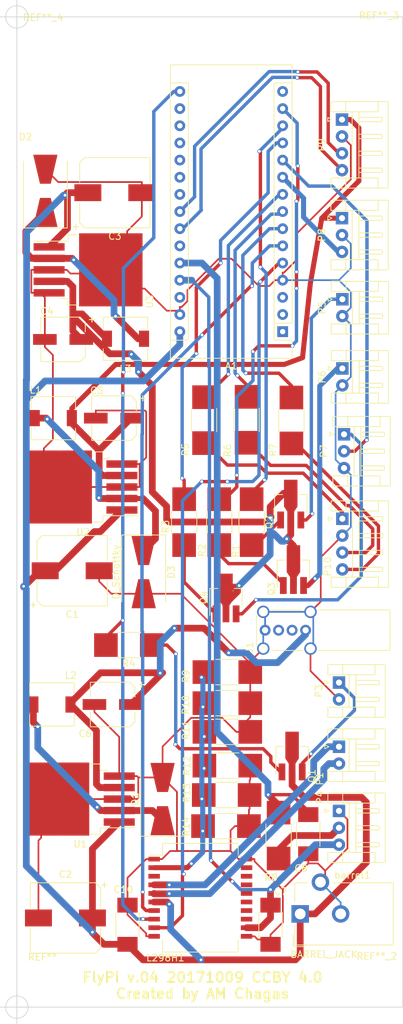
<source format=kicad_pcb>
(kicad_pcb (version 20171130) (host pcbnew "(5.1.12)-1")
  (layers (0 F.Cu signal) (31 B.Cu signal) (34 B.Paste user hide) (35 F.Paste user hide) (36 B.SilkS user hide) (37 F.SilkS user hide) (38 B.Mask user hide) (39 F.Mask user hide) (44 Edge.Cuts user))
  (net 0 "")
  (net 1 "Net-(A1-Pad1)")
  (net 2 "Net-(A1-Pad17)")
  (net 3 "Net-(A1-Pad2)")
  (net 4 "Net-(A1-Pad18)")
  (net 5 "Net-(A1-Pad3)")
  (net 6 "Net-(A1-Pad19)")
  (net 7 "Net-(A1-Pad20)")
  (net 8 "Net-(A1-Pad5)")
  (net 9 "Net-(A1-Pad21)")
  (net 10 "Net-(A1-Pad6)")
  (net 11 "Net-(A1-Pad22)")
  (net 12 "Net-(A1-Pad7)")
  (net 13 "Net-(A1-Pad23)")
  (net 14 "Net-(A1-Pad8)")
  (net 15 "Net-(A1-Pad24)")
  (net 16 "Net-(A1-Pad9)")
  (net 17 "Net-(A1-Pad25)")
  (net 18 "Net-(A1-Pad10)")
  (net 19 "Net-(A1-Pad26)")
  (net 20 "Net-(A1-Pad11)")
  (net 21 "Net-(A1-Pad27)")
  (net 22 "Net-(A1-Pad12)")
  (net 23 "Net-(A1-Pad28)")
  (net 24 "Net-(A1-Pad13)")
  (net 25 "Net-(A1-Pad14)")
  (net 26 "Net-(A1-Pad30)")
  (net 27 "Net-(A1-Pad15)")
  (net 28 "Net-(A1-Pad16)")
  (net 29 "Net-(C4-Pad1)")
  (net 30 "Net-(C6-Pad1)")
  (net 31 "Net-(D1-Pad1)")
  (net 32 "Net-(D2-Pad1)")
  (net 33 "Net-(D3-Pad1)")
  (net 34 "Net-(L298H1-Pad2)")
  (net 35 "Net-(L298H1-Pad3)")
  (net 36 "Net-(L298H1-Pad4)")
  (net 37 "Net-(L298H1-Pad5)")
  (net 38 "Net-(L298H1-Pad13)")
  (net 39 "Net-(L298H1-Pad14)")
  (net 40 "Net-(L298H1-Pad15)")
  (net 41 "Net-(L298H1-Pad16)")
  (net 42 "Net-(L298H1-Pad17)")
  (net 43 "Net-(L298H1-Pad18)")
  (net 44 "Net-(L298H1-Pad19)")
  (net 45 "Net-(P3-Pad1)")
  (net 46 "Net-(P4-Pad2)")
  (net 47 "Net-(P5-Pad1)")
  (net 48 "Net-(P6-Pad1)")
  (net 49 "Net-(P7-Pad1)")
  (net 50 "Net-(P10-Pad1)")
  (net 51 "Net-(P10-Pad3)")
  (net 52 "Net-(P10-Pad4)")
  (net 53 "Net-(Q1-Pad1)")
  (net 54 "Net-(Q2-Pad1)")
  (net 55 "Net-(Q3-Pad1)")
  (net 56 "Net-(Q4-Pad1)")
  (net 57 "Net-(C5-Pad1)")
  (net 58 "Net-(J1-Pad2)")
  (net 59 "Net-(J1-Pad3)")
  (net 60 GND)
  (module Modules:Arduino_Nano (layer F.Cu) (at 99.6 74.6 180)
    (fp_text reference A1 (at 7.62 -5.08 180) (layer F.SilkS))
    (fp_text value Arduino_Nano_v3.x)
    (pad 1 thru_hole rect (at 0 0 180) (size 1.6 1.6) (drill 0.8) (layers *.Cu *.Mask) (net 1 "Net-(A1-Pad1)"))
    (pad 17 thru_hole oval (at 15.24 33.02 180) (size 1.6 1.6) (drill 0.8) (layers *.Cu *.Mask) (net 2 "Net-(A1-Pad17)"))
    (pad 2 thru_hole oval (at 0 2.54 180) (size 1.6 1.6) (drill 0.8) (layers *.Cu *.Mask) (net 3 "Net-(A1-Pad2)"))
    (pad 18 thru_hole oval (at 15.24 30.48 180) (size 1.6 1.6) (drill 0.8) (layers *.Cu *.Mask) (net 4 "Net-(A1-Pad18)"))
    (pad 3 thru_hole oval (at 0 5.08 180) (size 1.6 1.6) (drill 0.8) (layers *.Cu *.Mask) (net 5 "Net-(A1-Pad3)"))
    (pad 19 thru_hole oval (at 15.24 27.94 180) (size 1.6 1.6) (drill 0.8) (layers *.Cu *.Mask) (net 6 "Net-(A1-Pad19)"))
    (pad 4 thru_hole oval (at 0 7.62 180) (size 1.6 1.6) (drill 0.8) (layers *.Cu *.Mask) (net 60 GND))
    (pad 20 thru_hole oval (at 15.24 25.4 180) (size 1.6 1.6) (drill 0.8) (layers *.Cu *.Mask) (net 7 "Net-(A1-Pad20)"))
    (pad 5 thru_hole oval (at 0 10.16 180) (size 1.6 1.6) (drill 0.8) (layers *.Cu *.Mask) (net 8 "Net-(A1-Pad5)"))
    (pad 21 thru_hole oval (at 15.24 22.86 180) (size 1.6 1.6) (drill 0.8) (layers *.Cu *.Mask) (net 9 "Net-(A1-Pad21)"))
    (pad 6 thru_hole oval (at 0 12.7 180) (size 1.6 1.6) (drill 0.8) (layers *.Cu *.Mask) (net 10 "Net-(A1-Pad6)"))
    (pad 22 thru_hole oval (at 15.24 20.32 180) (size 1.6 1.6) (drill 0.8) (layers *.Cu *.Mask) (net 11 "Net-(A1-Pad22)"))
    (pad 7 thru_hole oval (at 0 15.24 180) (size 1.6 1.6) (drill 0.8) (layers *.Cu *.Mask) (net 12 "Net-(A1-Pad7)"))
    (pad 23 thru_hole oval (at 15.24 17.78 180) (size 1.6 1.6) (drill 0.8) (layers *.Cu *.Mask) (net 13 "Net-(A1-Pad23)"))
    (pad 8 thru_hole oval (at 0 17.78 180) (size 1.6 1.6) (drill 0.8) (layers *.Cu *.Mask) (net 14 "Net-(A1-Pad8)"))
    (pad 24 thru_hole oval (at 15.24 15.24 180) (size 1.6 1.6) (drill 0.8) (layers *.Cu *.Mask) (net 15 "Net-(A1-Pad24)"))
    (pad 9 thru_hole oval (at 0 20.32 180) (size 1.6 1.6) (drill 0.8) (layers *.Cu *.Mask) (net 16 "Net-(A1-Pad9)"))
    (pad 25 thru_hole oval (at 15.24 12.7 180) (size 1.6 1.6) (drill 0.8) (layers *.Cu *.Mask) (net 17 "Net-(A1-Pad25)"))
    (pad 10 thru_hole oval (at 0 22.86 180) (size 1.6 1.6) (drill 0.8) (layers *.Cu *.Mask) (net 18 "Net-(A1-Pad10)"))
    (pad 26 thru_hole oval (at 15.24 10.16 180) (size 1.6 1.6) (drill 0.8) (layers *.Cu *.Mask) (net 19 "Net-(A1-Pad26)"))
    (pad 11 thru_hole oval (at 0 25.4 180) (size 1.6 1.6) (drill 0.8) (layers *.Cu *.Mask) (net 20 "Net-(A1-Pad11)"))
    (pad 27 thru_hole oval (at 15.24 7.62 180) (size 1.6 1.6) (drill 0.8) (layers *.Cu *.Mask) (net 21 "Net-(A1-Pad27)"))
    (pad 12 thru_hole oval (at 0 27.94 180) (size 1.6 1.6) (drill 0.8) (layers *.Cu *.Mask) (net 22 "Net-(A1-Pad12)"))
    (pad 28 thru_hole oval (at 15.24 5.08 180) (size 1.6 1.6) (drill 0.8) (layers *.Cu *.Mask) (net 23 "Net-(A1-Pad28)"))
    (pad 13 thru_hole oval (at 0 30.48 180) (size 1.6 1.6) (drill 0.8) (layers *.Cu *.Mask) (net 24 "Net-(A1-Pad13)"))
    (pad 29 thru_hole oval (at 15.24 2.54 180) (size 1.6 1.6) (drill 0.8) (layers *.Cu *.Mask) (net 60 GND))
    (pad 14 thru_hole oval (at 0 33.02 180) (size 1.6 1.6) (drill 0.8) (layers *.Cu *.Mask) (net 25 "Net-(A1-Pad14)"))
    (pad 30 thru_hole oval (at 15.24 0 180) (size 1.6 1.6) (drill 0.8) (layers *.Cu *.Mask) (net 26 "Net-(A1-Pad30)"))
    (pad 15 thru_hole oval (at 0 35.56 180) (size 1.6 1.6) (drill 0.8) (layers *.Cu *.Mask) (net 27 "Net-(A1-Pad15)"))
    (pad 16 thru_hole oval (at 15.24 35.56 180) (size 1.6 1.6) (drill 0.8) (layers *.Cu *.Mask) (net 28 "Net-(A1-Pad16)"))
  )
  (module Connectors:Barrel_Jack_CUI_PJ-102AH (layer F.Cu) (at 102.2 160.8 90)
    (fp_text reference barrel1 (at 5.725 7.75 180) (layer F.SilkS))
    (fp_text value BARREL_JACK (at -6 3.525 180) (layer F.SilkS))
    (pad 1 thru_hole rect (at 0 0 90) (size 2.6 2.6) (drill 1.6) (layers *.Cu *.Mask) (net 26 "Net-(A1-Pad30)"))
    (pad 2 thru_hole circle (at 0 6 90) (size 2.6 2.6) (drill 1.6) (layers *.Cu *.Mask) (net 60 GND))
    (pad 3 thru_hole circle (at 4.7 3 90) (size 2.6 2.6) (drill 1.6) (layers *.Cu *.Mask) (net 60 GND))
  )
  (module Capacitors_SMD:CP_Elec_10x10 (layer F.Cu) (at 68.4 110)
    (fp_text reference C1 (at 0 6.46) (layer F.SilkS))
    (fp_text value 680µ)
    (fp_text user + (at -5.78 4.97) (layer F.SilkS))
    (pad 1 smd rect (at -4 0 180) (size 4 2.5) (layers F.Cu F.Paste F.Mask) (net 26 "Net-(A1-Pad30)"))
    (pad 2 smd rect (at 4 0 180) (size 4 2.5) (layers F.Cu F.Paste F.Mask) (net 60 GND))
  )
  (module Capacitors_SMD:CP_Elec_10x10 (layer F.Cu) (at 67.4 161.4 180)
    (fp_text reference C2 (at 0 6.46 180) (layer F.SilkS))
    (fp_text value 680µ)
    (fp_text user + (at -5.78 4.97 180) (layer F.SilkS))
    (pad 1 smd rect (at -4 0) (size 4 2.5) (layers F.Cu F.Paste F.Mask) (net 26 "Net-(A1-Pad30)"))
    (pad 2 smd rect (at 4 0) (size 4 2.5) (layers F.Cu F.Paste F.Mask) (net 60 GND))
  )
  (module Capacitors_SMD:CP_Elec_10x10 (layer F.Cu) (at 74.725 54.025)
    (fp_text reference C3 (at 0 6.46) (layer F.SilkS))
    (fp_text value 680µ)
    (fp_text user + (at -5.78 4.97) (layer F.SilkS))
    (pad 1 smd rect (at -4 0 180) (size 4 2.5) (layers F.Cu F.Paste F.Mask) (net 26 "Net-(A1-Pad30)"))
    (pad 2 smd rect (at 4 0 180) (size 4 2.5) (layers F.Cu F.Paste F.Mask) (net 60 GND))
  )
  (module Capacitors_SMD:CP_Elec_6.3x5.3 (layer F.Cu) (at 67.05 75.75 180)
    (fp_text reference C4 (at 2.4 4.175 180) (layer F.SilkS))
    (fp_text value 220µ)
    (fp_text user + (at -4.28 3.01 180) (layer F.SilkS))
    (pad 1 smd rect (at -2.7 0) (size 3.5 1.6) (layers F.Cu F.Paste F.Mask) (net 29 "Net-(C4-Pad1)"))
    (pad 2 smd rect (at 2.7 0) (size 3.5 1.6) (layers F.Cu F.Paste F.Mask) (net 60 GND))
  )
  (module Capacitors_SMD:CP_Elec_6.3x5.3 (layer F.Cu) (at 74.6 87.4 180)
    (fp_text reference C5 (at 2.55 4.075 180) (layer F.SilkS))
    (fp_text value 220µ)
    (fp_text user + (at -4.28 3.01 180) (layer F.SilkS))
    (pad 1 smd rect (at -2.7 0) (size 3.5 1.6) (layers F.Cu F.Paste F.Mask) (net 57 "Net-(C5-Pad1)"))
    (pad 2 smd rect (at 2.7 0) (size 3.5 1.6) (layers F.Cu F.Paste F.Mask) (net 60 GND))
  )
  (module Capacitors_SMD:CP_Elec_6.3x5.3 (layer F.Cu) (at 74.4 129.8 180)
    (fp_text reference C6 (at 4.064 -4.318) (layer F.SilkS))
    (fp_text value 220µ)
    (fp_text user + (at -4.28 3.01 180) (layer F.SilkS))
    (pad 1 smd rect (at -2.7 0) (size 3.5 1.6) (layers F.Cu F.Paste F.Mask) (net 30 "Net-(C6-Pad1)"))
    (pad 2 smd rect (at 2.7 0) (size 3.5 1.6) (layers F.Cu F.Paste F.Mask) (net 60 GND))
  )
  (module Diodes_SMD:D_SMB-SMC_Universal_Handsoldering (layer F.Cu) (at 81.8 143.8 90)
    (fp_text reference D1 (at 0 -4.1 90) (layer F.SilkS))
    (fp_text value "Schottky 5A")
    (pad 1 smd trapezoid (at -3.2 0 90) (size 4.3 2.6) (rect_delta 1 0) (layers F.Cu F.Paste F.Mask) (net 31 "Net-(D1-Pad1)"))
    (pad 2 smd trapezoid (at 3.2 0 270) (size 4.3 2.6) (rect_delta 1 0) (layers F.Cu F.Paste F.Mask) (net 60 GND))
  )
  (module Diodes_SMD:D_SMB-SMC_Universal_Handsoldering (layer F.Cu) (at 64.425 53.75 90)
    (fp_text reference D2 (at 7.98 -2.955 180) (layer F.SilkS))
    (fp_text value "Schottky 5A")
    (pad 1 smd trapezoid (at -3.2 0 90) (size 4.3 2.6) (rect_delta 1 0) (layers F.Cu F.Paste F.Mask) (net 32 "Net-(D2-Pad1)"))
    (pad 2 smd trapezoid (at 3.2 0 270) (size 4.3 2.6) (rect_delta 1 0) (layers F.Cu F.Paste F.Mask) (net 60 GND))
  )
  (module Diodes_SMD:D_SMB-SMC_Universal_Handsoldering (layer F.Cu) (at 79 110.2 270)
    (fp_text reference D3 (at 0 -4.1 270) (layer F.SilkS))
    (fp_text value D_Schottky (at 0 4.1 270) (layer F.SilkS))
    (pad 1 smd trapezoid (at -3.2 0 270) (size 4.3 2.6) (rect_delta 1 0) (layers F.Cu F.Paste F.Mask) (net 33 "Net-(D3-Pad1)"))
    (pad 2 smd trapezoid (at 3.2 0 90) (size 4.3 2.6) (rect_delta 1 0) (layers F.Cu F.Paste F.Mask) (net 60 GND))
  )
  (module Inductors_SMD:L_6.3x6.3_H3 (layer F.Cu) (at 65.6 87.4)
    (fp_text reference L1 (at -2.625 -4.15) (layer F.SilkS))
    (fp_text value 33µH)
    (pad 1 smd rect (at -2.75 0) (size 1.5 2.4) (layers F.Cu F.Paste F.Mask) (net 33 "Net-(D3-Pad1)"))
    (pad 2 smd rect (at 2.75 0) (size 1.5 2.4) (layers F.Cu F.Paste F.Mask) (net 57 "Net-(C5-Pad1)"))
  )
  (module Inductors_SMD:L_6.3x6.3_H3 (layer F.Cu) (at 65.4 129.8)
    (fp_text reference L2 (at 2.794 -4.318 180) (layer F.SilkS))
    (fp_text value 33µH)
    (pad 1 smd rect (at -2.75 0) (size 1.5 2.4) (layers F.Cu F.Paste F.Mask) (net 31 "Net-(D1-Pad1)"))
    (pad 2 smd rect (at 2.75 0) (size 1.5 2.4) (layers F.Cu F.Paste F.Mask) (net 30 "Net-(C6-Pad1)"))
  )
  (module Inductors_SMD:L_6.3x6.3_H3 (layer F.Cu) (at 76.3 75.65 180)
    (fp_text reference L3 (at 0 -4.45 180) (layer F.SilkS))
    (fp_text value 33µH)
    (pad 1 smd rect (at -2.75 0 180) (size 1.5 2.4) (layers F.Cu F.Paste F.Mask) (net 32 "Net-(D2-Pad1)"))
    (pad 2 smd rect (at 2.75 0 180) (size 1.5 2.4) (layers F.Cu F.Paste F.Mask) (net 29 "Net-(C4-Pad1)"))
  )
  (module Housings_SOIC:HSOP-20-1EP_11.0x15.9mm_Pitch1.27mm_SlugUp (layer F.Cu) (at 87.4 158.4)
    (fp_text reference L298H1 (at -5.19 8.91) (layer F.SilkS))
    (fp_text value L298P)
    (pad 1 smd rect (at -6.85 -5.715) (size 1.7 0.7) (layers F.Cu F.Paste F.Mask) (net 60 GND))
    (pad 2 smd rect (at -6.85 -4.445) (size 1.7 0.7) (layers F.Cu F.Paste F.Mask) (net 34 "Net-(L298H1-Pad2)"))
    (pad 3 smd rect (at -6.85 -3.175) (size 1.7 0.7) (layers F.Cu F.Paste F.Mask) (net 35 "Net-(L298H1-Pad3)"))
    (pad 4 smd rect (at -6.85 -1.905) (size 1.7 0.7) (layers F.Cu F.Paste F.Mask) (net 36 "Net-(L298H1-Pad4)"))
    (pad 5 smd rect (at -6.85 -0.635) (size 1.7 0.7) (layers F.Cu F.Paste F.Mask) (net 37 "Net-(L298H1-Pad5)"))
    (pad 6 smd rect (at -6.85 0.635) (size 1.7 0.7) (layers F.Cu F.Paste F.Mask) (net 26 "Net-(A1-Pad30)"))
    (pad 7 smd rect (at -6.85 1.905) (size 1.7 0.7) (layers F.Cu F.Paste F.Mask) (net 10 "Net-(A1-Pad6)"))
    (pad 8 smd rect (at -6.85 3.175) (size 1.7 0.7) (layers F.Cu F.Paste F.Mask) (net 28 "Net-(A1-Pad16)"))
    (pad 9 smd rect (at -6.85 4.445) (size 1.7 0.7) (layers F.Cu F.Paste F.Mask) (net 8 "Net-(A1-Pad5)"))
    (pad 10 smd rect (at -6.85 5.715) (size 1.7 0.7) (layers F.Cu F.Paste F.Mask) (net 60 GND))
    (pad 11 smd rect (at 6.85 5.715) (size 1.7 0.7) (layers F.Cu F.Paste F.Mask) (net 60 GND))
    (pad 12 smd rect (at 6.85 4.445) (size 1.7 0.7) (layers F.Cu F.Paste F.Mask) (net 21 "Net-(A1-Pad27)"))
    (pad 13 smd rect (at 6.85 3.175) (size 1.7 0.7) (layers F.Cu F.Paste F.Mask) (net 38 "Net-(L298H1-Pad13)"))
    (pad 14 smd rect (at 6.85 1.905) (size 1.7 0.7) (layers F.Cu F.Paste F.Mask) (net 39 "Net-(L298H1-Pad14)"))
    (pad 15 smd rect (at 6.85 0.635) (size 1.7 0.7) (layers F.Cu F.Paste F.Mask) (net 40 "Net-(L298H1-Pad15)"))
    (pad 16 smd rect (at 6.85 -0.635) (size 1.7 0.7) (layers F.Cu F.Paste F.Mask) (net 41 "Net-(L298H1-Pad16)"))
    (pad 17 smd rect (at 6.85 -1.905) (size 1.7 0.7) (layers F.Cu F.Paste F.Mask) (net 42 "Net-(L298H1-Pad17)"))
    (pad 18 smd rect (at 6.85 -3.175) (size 1.7 0.7) (layers F.Cu F.Paste F.Mask) (net 43 "Net-(L298H1-Pad18)"))
    (pad 19 smd rect (at 6.85 -4.445) (size 1.7 0.7) (layers F.Cu F.Paste F.Mask) (net 44 "Net-(L298H1-Pad19)"))
    (pad 20 smd rect (at 6.85 -5.715) (size 1.7 0.7) (layers F.Cu F.Paste F.Mask) (net 60 GND))
  )
  (module Connectors_JST:JST_EH_S02B-EH_02x2.50mm_Angled (layer F.Cu) (at 107.95 136.05 270)
    (fp_text reference P1 (at 4.74 2.84 270) (layer F.SilkS))
    (fp_text value PeltS1S2)
    (pad 1 thru_hole rect (at 0 0 270) (size 1.85 1.85) (drill 0.9) (layers *.Cu *.Mask) (net 36 "Net-(L298H1-Pad4)"))
    (pad 2 thru_hole circle (at 2.5 0 270) (size 1.85 1.85) (drill 0.9) (layers *.Cu *.Mask) (net 37 "Net-(L298H1-Pad5)"))
  )
  (module Connectors_JST:JST_EH_S02B-EH_02x2.50mm_Angled (layer F.Cu) (at 107.95 126.55 270)
    (fp_text reference P3 (at 1.25 3 270) (layer F.SilkS))
    (fp_text value Fan+-)
    (pad 1 thru_hole rect (at 0 0 270) (size 1.85 1.85) (drill 0.9) (layers *.Cu *.Mask) (net 45 "Net-(P3-Pad1)"))
    (pad 2 thru_hole circle (at 2.5 0 270) (size 1.85 1.85) (drill 0.9) (layers *.Cu *.Mask) (net 60 GND))
  )
  (module Connectors_JST:JST_EH_S03B-EH_03x2.50mm_Angled (layer F.Cu) (at 107.95 145.55 270)
    (fp_text reference P4 (at -2 2.8 270) (layer F.SilkS))
    (fp_text value "Therm +s-")
    (pad 1 thru_hole rect (at 0 0 270) (size 1.85 1.85) (drill 0.9) (layers *.Cu *.Mask) (net 60 GND))
    (pad 2 thru_hole circle (at 2.5 0 270) (size 1.85 1.85) (drill 0.9) (layers *.Cu *.Mask) (net 46 "Net-(P4-Pad2)"))
    (pad 3 thru_hole circle (at 5 0 270) (size 1.85 1.85) (drill 0.9) (layers *.Cu *.Mask) (net 21 "Net-(A1-Pad27)"))
  )
  (module Connectors_JST:JST_EH_S02B-EH_02x2.50mm_Angled (layer F.Cu) (at 108.45 69.8 270)
    (fp_text reference P5 (at 1.25 3 270) (layer F.SilkS))
    (fp_text value HP1+-)
    (pad 1 thru_hole rect (at 0 0 270) (size 1.85 1.85) (drill 0.9) (layers *.Cu *.Mask) (net 47 "Net-(P5-Pad1)"))
    (pad 2 thru_hole circle (at 2.5 0 270) (size 1.85 1.85) (drill 0.9) (layers *.Cu *.Mask) (net 60 GND))
  )
  (module Connectors_JST:JST_EH_S02B-EH_02x2.50mm_Angled (layer F.Cu) (at 108.45 80.05 270)
    (fp_text reference P6 (at 1.25 3 270) (layer F.SilkS))
    (fp_text value HP2+-)
    (pad 1 thru_hole rect (at 0 0 270) (size 1.85 1.85) (drill 0.9) (layers *.Cu *.Mask) (net 48 "Net-(P6-Pad1)"))
    (pad 2 thru_hole circle (at 2.5 0 270) (size 1.85 1.85) (drill 0.9) (layers *.Cu *.Mask) (net 60 GND))
  )
  (module Connectors_JST:JST_EH_S03B-EH_03x2.50mm_Angled (layer F.Cu) (at 108.7 89.8 270)
    (fp_text reference P7 (at 2.5 3 270) (layer F.SilkS))
    (fp_text value "servo +s-")
    (pad 1 thru_hole rect (at 0 0 270) (size 1.85 1.85) (drill 0.9) (layers *.Cu *.Mask) (net 49 "Net-(P7-Pad1)"))
    (pad 2 thru_hole circle (at 2.5 0 270) (size 1.85 1.85) (drill 0.9) (layers *.Cu *.Mask) (net 20 "Net-(A1-Pad11)"))
    (pad 3 thru_hole circle (at 5 0 270) (size 1.85 1.85) (drill 0.9) (layers *.Cu *.Mask) (net 60 GND))
  )
  (module Connectors_JST:JST_EH_S03B-EH_03x2.50mm_Angled (layer F.Cu) (at 108.4 57.8 270)
    (fp_text reference P8 (at 2.5 3 270) (layer F.SilkS))
    (fp_text value "Ring +-s")
    (pad 1 thru_hole rect (at 0 0 270) (size 1.85 1.85) (drill 0.9) (layers *.Cu *.Mask) (net 57 "Net-(C5-Pad1)"))
    (pad 2 thru_hole circle (at 2.5 0 270) (size 1.85 1.85) (drill 0.9) (layers *.Cu *.Mask) (net 60 GND))
    (pad 3 thru_hole circle (at 5 0 270) (size 1.85 1.85) (drill 0.9) (layers *.Cu *.Mask) (net 18 "Net-(A1-Pad10)"))
  )
  (module Connectors_JST:JST_EH_S04B-EH_04x2.50mm_Angled (layer F.Cu) (at 108.4 43.2 270)
    (fp_text reference P9 (at 3.75 3 270) (layer F.SilkS))
    (fp_text value "matrix +-sdsc")
    (pad 1 thru_hole rect (at 0 0 270) (size 1.85 1.85) (drill 0.9) (layers *.Cu *.Mask) (net 57 "Net-(C5-Pad1)"))
    (pad 2 thru_hole circle (at 2.5 0 270) (size 1.85 1.85) (drill 0.9) (layers *.Cu *.Mask) (net 60 GND))
    (pad 3 thru_hole circle (at 5 0 270) (size 1.85 1.85) (drill 0.9) (layers *.Cu *.Mask) (net 13 "Net-(A1-Pad23)"))
    (pad 4 thru_hole circle (at 7.5 0 270) (size 1.85 1.85) (drill 0.9) (layers *.Cu *.Mask) (net 15 "Net-(A1-Pad24)"))
  )
  (module Connectors_JST:JST_EH_S04B-EH_04x2.50mm_Angled (layer F.Cu) (at 108.45 102.3 270)
    (fp_text reference P10 (at 7.08 2.2 270) (layer F.SilkS))
    (fp_text value "RGB RG-B")
    (pad 1 thru_hole rect (at 0 0 270) (size 1.85 1.85) (drill 0.9) (layers *.Cu *.Mask) (net 50 "Net-(P10-Pad1)"))
    (pad 2 thru_hole circle (at 2.5 0 270) (size 1.85 1.85) (drill 0.9) (layers *.Cu *.Mask) (net 60 GND))
    (pad 3 thru_hole circle (at 5 0 270) (size 1.85 1.85) (drill 0.9) (layers *.Cu *.Mask) (net 51 "Net-(P10-Pad3)"))
    (pad 4 thru_hole circle (at 7.5 0 270) (size 1.85 1.85) (drill 0.9) (layers *.Cu *.Mask) (net 52 "Net-(P10-Pad4)"))
  )
  (module TO_SOT_Packages_SMD:SOT-89-3_Handsoldering (layer F.Cu) (at 101 137.8 90)
    (fp_text reference Q1 (at -2.57 2.96 270) (layer F.SilkS))
    (fp_text value 1A_NPN_ECB)
    (pad 1 smd rect (at -1.98 -1.5) (size 1 2.5) (layers F.Cu F.Paste F.Mask) (net 53 "Net-(Q1-Pad1)"))
    (pad 2 smd rect (at -1.98 0) (size 1 2.5) (layers F.Cu F.Paste F.Mask) (net 26 "Net-(A1-Pad30)"))
    (pad 3 smd rect (at -1.98 1.5) (size 1 2.5) (layers F.Cu F.Paste F.Mask) (net 45 "Net-(P3-Pad1)"))
    (pad 2 smd rect (at 1.98 0) (size 2 4) (layers F.Cu F.Paste F.Mask) (net 26 "Net-(A1-Pad30)"))
    (pad 2 smd trapezoid (at -0.37 0 180) (size 1.5 0.75) (rect_delta 0 0.5) (layers F.Cu F.Paste F.Mask) (net 26 "Net-(A1-Pad30)"))
  )
  (module TO_SOT_Packages_SMD:SOT-89-3_Handsoldering (layer F.Cu) (at 100.8 100.5 90)
    (fp_text reference Q2 (at -2.32 -3.23 90) (layer F.SilkS))
    (fp_text value 1A-NPN-ECB)
    (pad 1 smd rect (at -1.98 -1.5) (size 1 2.5) (layers F.Cu F.Paste F.Mask) (net 54 "Net-(Q2-Pad1)"))
    (pad 2 smd rect (at -1.98 0) (size 1 2.5) (layers F.Cu F.Paste F.Mask) (net 29 "Net-(C4-Pad1)"))
    (pad 3 smd rect (at -1.98 1.5) (size 1 2.5) (layers F.Cu F.Paste F.Mask) (net 47 "Net-(P5-Pad1)"))
    (pad 2 smd rect (at 1.98 0) (size 2 4) (layers F.Cu F.Paste F.Mask) (net 29 "Net-(C4-Pad1)"))
    (pad 2 smd trapezoid (at -0.37 0 180) (size 1.5 0.75) (rect_delta 0 0.5) (layers F.Cu F.Paste F.Mask) (net 29 "Net-(C4-Pad1)"))
  )
  (module TO_SOT_Packages_SMD:SOT-89-3_Handsoldering (layer F.Cu) (at 101.2 110.2 90)
    (fp_text reference Q3 (at -2.48 -3.24 90) (layer F.SilkS))
    (fp_text value 1A_NPN_ECB)
    (pad 1 smd rect (at -1.98 -1.5) (size 1 2.5) (layers F.Cu F.Paste F.Mask) (net 55 "Net-(Q3-Pad1)"))
    (pad 2 smd rect (at -1.98 0) (size 1 2.5) (layers F.Cu F.Paste F.Mask) (net 29 "Net-(C4-Pad1)"))
    (pad 3 smd rect (at -1.98 1.5) (size 1 2.5) (layers F.Cu F.Paste F.Mask) (net 48 "Net-(P6-Pad1)"))
    (pad 2 smd rect (at 1.98 0) (size 2 4) (layers F.Cu F.Paste F.Mask) (net 29 "Net-(C4-Pad1)"))
    (pad 2 smd trapezoid (at -0.37 0 180) (size 1.5 0.75) (rect_delta 0 0.5) (layers F.Cu F.Paste F.Mask) (net 29 "Net-(C4-Pad1)"))
  )
  (module TO_SOT_Packages_SMD:SOT-89-3_Handsoldering (layer F.Cu) (at 91.2 114.4 90)
    (fp_text reference Q4 (at 0.45 -3.3 90) (layer F.SilkS))
    (fp_text value 1A_NPN_ECB)
    (pad 1 smd rect (at -1.98 -1.5) (size 1 2.5) (layers F.Cu F.Paste F.Mask) (net 56 "Net-(Q4-Pad1)"))
    (pad 2 smd rect (at -1.98 0) (size 1 2.5) (layers F.Cu F.Paste F.Mask) (net 29 "Net-(C4-Pad1)"))
    (pad 3 smd rect (at -1.98 1.5) (size 1 2.5) (layers F.Cu F.Paste F.Mask) (net 49 "Net-(P7-Pad1)"))
    (pad 2 smd rect (at 1.98 0) (size 2 4) (layers F.Cu F.Paste F.Mask) (net 29 "Net-(C4-Pad1)"))
    (pad 2 smd trapezoid (at -0.37 0 180) (size 1.5 0.75) (rect_delta 0 0.5) (layers F.Cu F.Paste F.Mask) (net 29 "Net-(C4-Pad1)"))
  )
  (module Resistors_SMD:R_1812_HandSoldering (layer F.Cu) (at 91.4 125 180)
    (fp_text reference R9 (at 6.13 -0.62 270) (layer F.SilkS))
    (fp_text value 0.1m)
    (pad 1 smd rect (at -3.4 0 180) (size 3.5 3.5) (layers F.Cu F.Paste F.Mask) (net 60 GND))
    (pad 2 smd rect (at 3.4 0 180) (size 3.5 3.5) (layers F.Cu F.Paste F.Mask) (net 34 "Net-(L298H1-Pad2)"))
  )
  (module Resistors_SMD:R_1812_HandSoldering (layer F.Cu) (at 91.4 129.6 180)
    (fp_text reference R10 (at 6.16 -0.24 270) (layer F.SilkS))
    (fp_text value 0.1m)
    (pad 1 smd rect (at -3.4 0 180) (size 3.5 3.5) (layers F.Cu F.Paste F.Mask) (net 60 GND))
    (pad 2 smd rect (at 3.4 0 180) (size 3.5 3.5) (layers F.Cu F.Paste F.Mask) (net 34 "Net-(L298H1-Pad2)"))
  )
  (module Resistors_SMD:R_1812_HandSoldering (layer F.Cu) (at 91.4 133.85 180)
    (fp_text reference R11 (at 6.13 0.26 270) (layer F.SilkS))
    (fp_text value 0.1m)
    (pad 1 smd rect (at -3.4 0 180) (size 3.5 3.5) (layers F.Cu F.Paste F.Mask) (net 60 GND))
    (pad 2 smd rect (at 3.4 0 180) (size 3.5 3.5) (layers F.Cu F.Paste F.Mask) (net 34 "Net-(L298H1-Pad2)"))
  )
  (module Resistors_SMD:R_1812_HandSoldering (layer F.Cu) (at 91.4 138.85 180)
    (fp_text reference R12 (at 5.98 -0.02 270) (layer F.SilkS))
    (fp_text value 0.1m)
    (pad 1 smd rect (at -3.4 0 180) (size 3.5 3.5) (layers F.Cu F.Paste F.Mask) (net 60 GND))
    (pad 2 smd rect (at 3.4 0 180) (size 3.5 3.5) (layers F.Cu F.Paste F.Mask) (net 34 "Net-(L298H1-Pad2)"))
  )
  (module Resistors_SMD:R_1812_HandSoldering (layer F.Cu) (at 91.3 143.2 180)
    (fp_text reference R13 (at 5.89 0.31 270) (layer F.SilkS))
    (fp_text value 0.1m)
    (pad 1 smd rect (at -3.4 0 180) (size 3.5 3.5) (layers F.Cu F.Paste F.Mask) (net 60 GND))
    (pad 2 smd rect (at 3.4 0 180) (size 3.5 3.5) (layers F.Cu F.Paste F.Mask) (net 34 "Net-(L298H1-Pad2)"))
  )
  (module Resistors_SMD:R_1812_HandSoldering (layer F.Cu) (at 91.2 147.8 180)
    (fp_text reference R14 (at 5.89 -0.07 270) (layer F.SilkS))
    (fp_text value 0.1m)
    (pad 1 smd rect (at -3.4 0 180) (size 3.5 3.5) (layers F.Cu F.Paste F.Mask) (net 60 GND))
    (pad 2 smd rect (at 3.4 0 180) (size 3.5 3.5) (layers F.Cu F.Paste F.Mask) (net 34 "Net-(L298H1-Pad2)"))
  )
  (module TO_SOT_Packages_SMD:TO-263-5_TabPin3 (layer F.Cu) (at 69.6 143.8 180)
    (fp_text reference U1 (at 0 -6.65 180) (layer F.SilkS))
    (fp_text value LM2596S-5)
    (pad 1 smd rect (at -5.775 -3.4 180) (size 4.6 1.1) (layers F.Cu F.Paste F.Mask) (net 26 "Net-(A1-Pad30)"))
    (pad 2 smd rect (at -5.775 -1.7 180) (size 4.6 1.1) (layers F.Cu F.Paste F.Mask) (net 31 "Net-(D1-Pad1)"))
    (pad 3 smd rect (at -5.775 0 180) (size 4.6 1.1) (layers F.Cu F.Paste F.Mask) (net 60 GND))
    (pad 4 smd rect (at -5.775 1.7 180) (size 4.6 1.1) (layers F.Cu F.Paste F.Mask) (net 30 "Net-(C6-Pad1)"))
    (pad 5 smd rect (at -5.775 3.4 180) (size 4.6 1.1) (layers F.Cu F.Paste F.Mask) (net 60 GND))
    (pad 3 smd rect (at 3.375 0 180) (size 9.4 10.8) (layers F.Cu F.Mask) (net 60 GND))
    (pad 3 smd rect (at 5.8 2.775 180) (size 4.55 5.25) (layers F.Cu F.Paste) (net 60 GND))
    (pad 3 smd rect (at 0.95 -2.775 180) (size 4.55 5.25) (layers F.Cu F.Paste) (net 60 GND))
    (pad 3 smd rect (at 5.8 -2.775 180) (size 4.55 5.25) (layers F.Cu F.Paste) (net 60 GND))
    (pad 3 smd rect (at 0.95 2.775 180) (size 4.55 5.25) (layers F.Cu F.Paste) (net 60 GND))
  )
  (module TO_SOT_Packages_SMD:TO-263-5_TabPin3 (layer F.Cu) (at 70 97.6 180)
    (fp_text reference U2 (at 0 -6.65 180) (layer F.SilkS))
    (fp_text value LM2596S-5)
    (pad 1 smd rect (at -5.775 -3.4 180) (size 4.6 1.1) (layers F.Cu F.Paste F.Mask) (net 26 "Net-(A1-Pad30)"))
    (pad 2 smd rect (at -5.775 -1.7 180) (size 4.6 1.1) (layers F.Cu F.Paste F.Mask) (net 33 "Net-(D3-Pad1)"))
    (pad 3 smd rect (at -5.775 0 180) (size 4.6 1.1) (layers F.Cu F.Paste F.Mask) (net 60 GND))
    (pad 4 smd rect (at -5.775 1.7 180) (size 4.6 1.1) (layers F.Cu F.Paste F.Mask) (net 57 "Net-(C5-Pad1)"))
    (pad 5 smd rect (at -5.775 3.4 180) (size 4.6 1.1) (layers F.Cu F.Paste F.Mask) (net 60 GND))
    (pad 3 smd rect (at 3.375 0 180) (size 9.4 10.8) (layers F.Cu F.Mask) (net 60 GND))
    (pad 3 smd rect (at 5.8 2.775 180) (size 4.55 5.25) (layers F.Cu F.Paste) (net 60 GND))
    (pad 3 smd rect (at 0.95 -2.775 180) (size 4.55 5.25) (layers F.Cu F.Paste) (net 60 GND))
    (pad 3 smd rect (at 5.8 -2.775 180) (size 4.55 5.25) (layers F.Cu F.Paste) (net 60 GND))
    (pad 3 smd rect (at 0.95 2.775 180) (size 4.55 5.25) (layers F.Cu F.Paste) (net 60 GND))
  )
  (module TO_SOT_Packages_SMD:TO-263-5_TabPin3 (layer F.Cu) (at 70.75 65.45)
    (fp_text reference U3 (at 9.15 4.7 270) (layer F.SilkS))
    (fp_text value LM2596S-5)
    (pad 1 smd rect (at -5.775 -3.4) (size 4.6 1.1) (layers F.Cu F.Paste F.Mask) (net 26 "Net-(A1-Pad30)"))
    (pad 2 smd rect (at -5.775 -1.7) (size 4.6 1.1) (layers F.Cu F.Paste F.Mask) (net 32 "Net-(D2-Pad1)"))
    (pad 3 smd rect (at -5.775 0) (size 4.6 1.1) (layers F.Cu F.Paste F.Mask) (net 60 GND))
    (pad 4 smd rect (at -5.775 1.7) (size 4.6 1.1) (layers F.Cu F.Paste F.Mask) (net 29 "Net-(C4-Pad1)"))
    (pad 5 smd rect (at -5.775 3.4) (size 4.6 1.1) (layers F.Cu F.Paste F.Mask) (net 60 GND))
    (pad 3 smd rect (at 3.375 0) (size 9.4 10.8) (layers F.Cu F.Mask) (net 60 GND))
    (pad 3 smd rect (at 5.8 2.775) (size 4.55 5.25) (layers F.Cu F.Paste) (net 60 GND))
    (pad 3 smd rect (at 0.95 -2.775) (size 4.55 5.25) (layers F.Cu F.Paste) (net 60 GND))
    (pad 3 smd rect (at 5.8 -2.775) (size 4.55 5.25) (layers F.Cu F.Paste) (net 60 GND))
    (pad 3 smd rect (at 0.95 2.775) (size 4.55 5.25) (layers F.Cu F.Paste) (net 60 GND))
  )
  (module Connectors:USB_A_Vertical (layer F.Cu) (at 103 118.8 270)
    (fp_text reference J1 (at 2.57 8.28 90) (layer F.SilkS))
    (fp_text value USB_A)
    (pad 1 thru_hole circle (at 0 0 270) (size 1.62 1.62) (drill 0.92) (layers *.Cu *.Mask) (net 30 "Net-(C6-Pad1)"))
    (pad 2 thru_hole circle (at 0 2 270) (size 1.62 1.62) (drill 0.92) (layers *.Cu *.Mask) (net 58 "Net-(J1-Pad2)"))
    (pad 3 thru_hole circle (at 0 4 270) (size 1.62 1.62) (drill 0.92) (layers *.Cu *.Mask) (net 59 "Net-(J1-Pad3)"))
    (pad 5 thru_hole circle (at 2.72 -0.73 270) (size 1.85 1.85) (drill 1.35) (layers *.Cu *.Mask) (net 60 GND))
    (pad 4 thru_hole circle (at 0 6 270) (size 1.62 1.62) (drill 0.92) (layers *.Cu *.Mask) (net 60 GND))
    (pad 5 thru_hole circle (at 2.72 6.27 270) (size 1.85 1.85) (drill 1.35) (layers *.Cu *.Mask) (net 60 GND))
    (pad 5 thru_hole circle (at -2.72 -0.73 270) (size 1.85 1.85) (drill 1.35) (layers *.Cu *.Mask) (net 60 GND))
    (pad 5 thru_hole circle (at -2.72 6.27 270) (size 1.85 1.85) (drill 1.35) (layers *.Cu *.Mask) (net 60 GND))
  )
  (module Resistors_SMD:R_1812_HandSoldering (layer F.Cu) (at 76.8 121 180)
    (fp_text reference R4 (at 0 -2.72 180) (layer F.SilkS))
    (fp_text value 270)
    (pad 1 smd rect (at -3.4 0 180) (size 3.5 3.5) (layers F.Cu F.Paste F.Mask) (net 53 "Net-(Q1-Pad1)"))
    (pad 2 smd rect (at 3.4 0 180) (size 3.5 3.5) (layers F.Cu F.Paste F.Mask) (net 28 "Net-(A1-Pad16)"))
  )
  (module Resistors_SMD:R_1812_HandSoldering (layer F.Cu) (at 85 102.8 90)
    (fp_text reference R3 (at -0.66 -2.74 90) (layer F.SilkS))
    (fp_text value 270)
    (pad 1 smd rect (at -3.4 0 90) (size 3.5 3.5) (layers F.Cu F.Paste F.Mask) (net 56 "Net-(Q4-Pad1)"))
    (pad 2 smd rect (at 3.4 0 90) (size 3.5 3.5) (layers F.Cu F.Paste F.Mask) (net 22 "Net-(A1-Pad12)"))
  )
  (module Resistors_SMD:R_1812_HandSoldering (layer F.Cu) (at 90.2 102.8 90)
    (fp_text reference R2 (at -4.18 -2.55 90) (layer F.SilkS))
    (fp_text value 270)
    (pad 1 smd rect (at -3.4 0 90) (size 3.5 3.5) (layers F.Cu F.Paste F.Mask) (net 55 "Net-(Q3-Pad1)"))
    (pad 2 smd rect (at 3.4 0 90) (size 3.5 3.5) (layers F.Cu F.Paste F.Mask) (net 25 "Net-(A1-Pad14)"))
  )
  (module Resistors_SMD:R_1812_HandSoldering (layer F.Cu) (at 95 102.8 90)
    (fp_text reference R1 (at -4.27 -2.35 90) (layer F.SilkS))
    (fp_text value 270)
    (pad 1 smd rect (at -3.4 0 90) (size 3.5 3.5) (layers F.Cu F.Paste F.Mask) (net 54 "Net-(Q2-Pad1)"))
    (pad 2 smd rect (at 3.4 0 90) (size 3.5 3.5) (layers F.Cu F.Paste F.Mask) (net 24 "Net-(A1-Pad13)"))
  )
  (module Resistors_SMD:R_1812_HandSoldering (layer F.Cu) (at 100.9 87.75 90)
    (fp_text reference R7 (at -4.38 -2.75 90) (layer F.SilkS))
    (fp_text value 220)
    (pad 1 smd rect (at -3.4 0 90) (size 3.5 3.5) (layers F.Cu F.Paste F.Mask) (net 52 "Net-(P10-Pad4)"))
    (pad 2 smd rect (at 3.4 0 90) (size 3.5 3.5) (layers F.Cu F.Paste F.Mask) (net 12 "Net-(A1-Pad7)"))
  )
  (module Resistors_SMD:R_1812_HandSoldering (layer F.Cu) (at 94.25 87.65 90)
    (fp_text reference R6 (at -4.55 -2.81 90) (layer F.SilkS))
    (fp_text value 220)
    (pad 1 smd rect (at -3.4 0 90) (size 3.5 3.5) (layers F.Cu F.Paste F.Mask) (net 51 "Net-(P10-Pad3)"))
    (pad 2 smd rect (at 3.4 0 90) (size 3.5 3.5) (layers F.Cu F.Paste F.Mask) (net 14 "Net-(A1-Pad8)"))
  )
  (module Resistors_SMD:R_1812_HandSoldering (layer F.Cu) (at 87.95 87.7 90)
    (fp_text reference R5 (at -4.35 -2.76 90) (layer F.SilkS))
    (fp_text value 220)
    (pad 1 smd rect (at -3.4 0 90) (size 3.5 3.5) (layers F.Cu F.Paste F.Mask) (net 50 "Net-(P10-Pad1)"))
    (pad 2 smd rect (at 3.4 0 90) (size 3.5 3.5) (layers F.Cu F.Paste F.Mask) (net 16 "Net-(A1-Pad9)"))
  )
  (module Resistors_SMD:R_1812_HandSoldering (layer F.Cu) (at 99 149.2 270)
    (fp_text reference R8 (at 6.2 1.125) (layer F.SilkS))
    (fp_text value 1k1)
    (pad 1 smd rect (at -3.4 0 270) (size 3.5 3.5) (layers F.Cu F.Paste F.Mask) (net 19 "Net-(A1-Pad26)"))
    (pad 2 smd rect (at 3.4 0 270) (size 3.5 3.5) (layers F.Cu F.Paste F.Mask) (net 46 "Net-(P4-Pad2)"))
  )
  (module Capacitors_SMD:C_1812_HandSoldering (layer F.Cu) (at 76.6 162.4 270)
    (fp_text reference C10 (at -5.21 0.6) (layer F.SilkS))
    (fp_text value 100n)
    (pad 1 smd rect (at -2.9 0 270) (size 2.2 3) (layers F.Cu F.Paste F.Mask) (net 60 GND))
    (pad 2 smd rect (at 2.9 0 270) (size 2.2 3) (layers F.Cu F.Paste F.Mask) (net 26 "Net-(A1-Pad30)"))
  )
  (module Capacitors_SMD:C_1812_HandSoldering (layer F.Cu) (at 97.8 162.4 270)
    (fp_text reference C7 (at -4.925 -1.5) (layer F.SilkS))
    (fp_text value 100n)
    (pad 1 smd rect (at -2.9 0 270) (size 2.2 3) (layers F.Cu F.Paste F.Mask) (net 21 "Net-(A1-Pad27)"))
    (pad 2 smd rect (at 2.9 0 270) (size 2.2 3) (layers F.Cu F.Paste F.Mask) (net 60 GND))
  )
  (module Capacitors_SMD:C_1812_HandSoldering (layer F.Cu) (at 103.4 149 90)
    (fp_text reference C8 (at -5.05 -1.075 180) (layer F.SilkS))
    (fp_text value 100n)
    (pad 1 smd rect (at -2.9 0 90) (size 2.2 3) (layers F.Cu F.Paste F.Mask) (net 60 GND))
    (pad 2 smd rect (at 2.9 0 90) (size 2.2 3) (layers F.Cu F.Paste F.Mask) (net 19 "Net-(A1-Pad26)"))
  )
  (module Mounting_Holes:MountingHole_3.2mm_M3_ISO14580 (layer F.Cu) (at 64.1 31.85)
    (fp_text reference REF**_4 (at 0 -3.75) (layer F.SilkS))
    (fp_text value MountingHole_M3)
    (pad 1 np_thru_hole circle (at 0 0) (size 3.2 3.2) (drill 3.2) (layers *.Cu *.Mask))
  )
  (module Mounting_Holes:MountingHole_3.2mm_M3_ISO14580 (layer F.Cu) (at 113.9 31.55)
    (fp_text reference REF**_3 (at 0 -3.75) (layer F.SilkS))
    (fp_text value MountingHole_M3)
    (pad 1 np_thru_hole circle (at 0 0) (size 3.2 3.2) (drill 3.2) (layers *.Cu *.Mask))
  )
  (module Mounting_Holes:MountingHole_3.2mm_M3_ISO14580 (layer F.Cu) (at 113.55 170.8)
    (fp_text reference REF**_2 (at 0 -3.75) (layer F.SilkS))
    (fp_text value MountingHole_M3)
    (pad 1 np_thru_hole circle (at 0 0) (size 3.2 3.2) (drill 3.2) (layers *.Cu *.Mask))
  )
  (module Mounting_Holes:MountingHole_3.2mm_M3_ISO14580 (layer F.Cu) (at 64 170.95)
    (fp_text reference REF** (at 0 -3.75) (layer F.SilkS))
    (fp_text value MountingHole_M3)
    (pad 1 np_thru_hole circle (at 0 0) (size 3.2 3.2) (drill 3.2) (layers *.Cu *.Mask))
  )
  (gr_text "FlyPi v.04 20171009 CCBY 4.0\nCreated by AM Chagas\n\n" (at 87.73 172.61) (layer F.SilkS) (effects (font (size 1.5 1.5) (thickness 0.3))))
  (target plus (at 60.2 28) (size 5) (width 0.1) (layer Edge.Cuts))
  (target plus (at 60.2 174.6) (size 5) (width 0.1) (layer Edge.Cuts))
  (gr_line (start 60.2 174.6) (end 117.4 174.6) (angle 90) (layer Edge.Cuts) (width 0.1))
  (gr_line (start 60.2 28) (end 60.2 174.6) (angle 90) (layer Edge.Cuts) (width 0.1))
  (gr_line (start 117.4 28) (end 60.2 28) (angle 90) (layer Edge.Cuts) (width 0.1))
  (gr_line (start 117.4 174.6) (end 117.4 28) (angle 90) (layer Edge.Cuts) (width 0.1))
  (segment (start 84.95 154.9) (end 84.75 155.1) (width 0.5) (layer F.Cu) (net 8))
  (segment (start 84.75 155.1) (end 84.75 161.05) (width 0.5) (layer F.Cu) (net 8))
  (segment (start 84.75 161.05) (end 82.955 162.845) (width 0.5) (layer F.Cu) (net 8))
  (segment (start 82.955 162.845) (end 80.55 162.845) (width 0.5) (layer F.Cu) (net 8))
  (segment (start 87.6 96.8) (end 84.75 99.65) (width 0.5) (layer B.Cu) (net 8))
  (segment (start 84.75 99.65) (end 84.75 154.7) (width 0.5) (layer B.Cu) (net 8))
  (segment (start 84.75 154.7) (end 84.95 154.9) (width 0.5) (layer B.Cu) (net 8))
  (segment (start 91.4 96.8) (end 87.6 96.8) (width 0.5) (layer F.Cu) (net 8))
  (segment (start 96.3 67.2) (end 96.1 67.4) (width 0.5) (layer B.Cu) (net 8))
  (segment (start 96.1 67.4) (end 96.1 95.85) (width 0.5) (layer B.Cu) (net 8))
  (segment (start 96.1 95.85) (end 95.15 96.8) (width 0.5) (layer B.Cu) (net 8))
  (segment (start 95.15 96.8) (end 91.4 96.8) (width 0.5) (layer B.Cu) (net 8))
  (segment (start 99.6 64.44) (end 99.06 64.44) (width 0.5) (layer F.Cu) (net 8))
  (segment (start 99.06 64.44) (end 96.3 67.2) (width 0.5) (layer F.Cu) (net 8))
  (via (at 84.95 154.9) (size 0.6) (layers F.Cu B.Cu) (net 8))
  (via (at 87.6 96.8) (size 0.6) (layers F.Cu B.Cu) (net 8))
  (via (at 91.4 96.8) (size 0.6) (layers F.Cu B.Cu) (net 8))
  (via (at 96.3 67.2) (size 0.6) (layers F.Cu B.Cu) (net 8))
  (segment (start 80.55 160.305) (end 79.355 160.305) (width 0.5) (layer F.Cu) (net 10))
  (segment (start 79.355 160.305) (end 78.85 159.8) (width 0.5) (layer F.Cu) (net 10))
  (segment (start 78.85 159.8) (end 78.85 157.55) (width 0.5) (layer F.Cu) (net 10))
  (segment (start 78.85 157.55) (end 78.85 119.05) (width 0.5) (layer B.Cu) (net 10))
  (segment (start 78.85 119.05) (end 78.75 118.95) (width 0.5) (layer B.Cu) (net 10))
  (segment (start 78.75 118.95) (end 78.75 89.8) (width 0.5) (layer B.Cu) (net 10))
  (segment (start 78.75 89.8) (end 78.8 89.75) (width 0.5) (layer B.Cu) (net 10))
  (segment (start 78.8 89.75) (end 78.8 83.95) (width 0.5) (layer B.Cu) (net 10))
  (segment (start 78.8 83.95) (end 87.65 75.1) (width 0.5) (layer B.Cu) (net 10))
  (segment (start 87.65 75.1) (end 95.05 67.7) (width 0.5) (layer F.Cu) (net 10))
  (segment (start 95.05 67.7) (end 95.05 67.85) (width 0.5) (layer F.Cu) (net 10))
  (segment (start 95.05 67.85) (end 95.1 67.8) (width 0.5) (layer B.Cu) (net 10))
  (segment (start 95.1 67.8) (end 95.1 64.45) (width 0.5) (layer B.Cu) (net 10))
  (segment (start 95.1 64.45) (end 97.65 61.9) (width 0.5) (layer B.Cu) (net 10))
  (segment (start 97.65 61.9) (end 99.6 61.9) (width 0.5) (layer B.Cu) (net 10))
  (via (at 78.85 157.55) (size 0.6) (layers F.Cu B.Cu) (net 10))
  (via (at 87.65 75.1) (size 0.6) (layers F.Cu B.Cu) (net 10))
  (via (at 95.05 67.85) (size 0.6) (layers F.Cu B.Cu) (net 10))
  (segment (start 94.15 80.75) (end 93.7 80.3) (width 0.5) (layer B.Cu) (net 12))
  (segment (start 93.7 80.3) (end 93.7 63.3) (width 0.5) (layer B.Cu) (net 12))
  (segment (start 93.7 63.3) (end 97.64 59.36) (width 0.5) (layer B.Cu) (net 12))
  (segment (start 97.64 59.36) (end 99.6 59.36) (width 0.5) (layer B.Cu) (net 12))
  (segment (start 100.9 84.35) (end 100.9 82.6) (width 0.5) (layer F.Cu) (net 12))
  (segment (start 100.9 82.6) (end 99.05 80.75) (width 0.5) (layer F.Cu) (net 12))
  (segment (start 99.05 80.75) (end 94.15 80.75) (width 0.5) (layer F.Cu) (net 12))
  (via (at 94.15 80.75) (size 0.6) (layers F.Cu B.Cu) (net 12))
  (segment (start 106.35 39.75) (end 106.35 39.6) (width 0.5) (layer F.Cu) (net 13))
  (segment (start 108.4 48.2) (end 107.95 48.2) (width 0.5) (layer F.Cu) (net 13))
  (segment (start 107.95 48.2) (end 106.35 46.6) (width 0.5) (layer F.Cu) (net 13))
  (segment (start 106.35 46.6) (end 106.35 39.75) (width 0.5) (layer F.Cu) (net 13))
  (segment (start 106.35 39.75) (end 106.35 39.6) (width 0.5) (layer F.Cu) (net 13))
  (segment (start 106.35 39.6) (end 106.35 37.8) (width 0.5) (layer F.Cu) (net 13))
  (segment (start 106.35 37.8) (end 104.7 36.15) (width 0.5) (layer F.Cu) (net 13))
  (segment (start 104.7 36.15) (end 101.85 36.15) (width 0.5) (layer F.Cu) (net 13))
  (segment (start 101.85 36.15) (end 101.8 36.1) (width 0.5) (layer B.Cu) (net 13))
  (segment (start 101.8 36.1) (end 97.6 36.1) (width 0.5) (layer B.Cu) (net 13))
  (segment (start 97.6 36.1) (end 86.55 47.15) (width 0.5) (layer B.Cu) (net 13))
  (segment (start 86.55 47.15) (end 86.55 54.63) (width 0.5) (layer B.Cu) (net 13))
  (segment (start 86.55 54.63) (end 84.36 56.82) (width 0.5) (layer B.Cu) (net 13))
  (via (at 101.85 36.15) (size 0.6) (layers F.Cu B.Cu) (net 13))
  (segment (start 92.9 81.1) (end 92.55 80.75) (width 0.5) (layer B.Cu) (net 14))
  (segment (start 92.55 80.75) (end 92.55 62.55) (width 0.5) (layer B.Cu) (net 14))
  (segment (start 92.55 62.55) (end 97.9 57.2) (width 0.5) (layer B.Cu) (net 14))
  (segment (start 97.9 57.2) (end 99.22 57.2) (width 0.5) (layer B.Cu) (net 14))
  (segment (start 99.22 57.2) (end 99.6 56.82) (width 0.5) (layer B.Cu) (net 14))
  (segment (start 94.25 84.25) (end 94.25 82.45) (width 0.5) (layer F.Cu) (net 14))
  (segment (start 94.25 82.45) (end 92.9 81.1) (width 0.5) (layer F.Cu) (net 14))
  (via (at 92.9 81.1) (size 0.6) (layers F.Cu B.Cu) (net 14))
  (segment (start 87.5 55.7764) (end 87.55 55.8264) (width 0.25) (layer B.Cu) (net 15))
  (segment (start 87.55 55.8264) (end 87.55 56.6) (width 0.25) (layer B.Cu) (net 15))
  (segment (start 87.5 55.7764) (end 87.5 56.6) (width 0.5) (layer B.Cu) (net 15))
  (segment (start 101.75 37) (end 101.7 36.95) (width 0.5) (layer B.Cu) (net 15))
  (segment (start 101.7 36.95) (end 98.1 36.95) (width 0.5) (layer B.Cu) (net 15))
  (segment (start 98.1 36.95) (end 87.5 47.55) (width 0.5) (layer B.Cu) (net 15))
  (segment (start 87.5 47.55) (end 87.5 55.7764) (width 0.5) (layer B.Cu) (net 15))
  (segment (start 87.55 56.6) (end 84.79 59.36) (width 0.5) (layer B.Cu) (net 15))
  (segment (start 84.79 59.36) (end 84.36 59.36) (width 0.5) (layer B.Cu) (net 15))
  (segment (start 108.4 50.7) (end 105.2 47.5) (width 0.5) (layer F.Cu) (net 15))
  (segment (start 105.2 47.5) (end 105.2 38.3) (width 0.5) (layer F.Cu) (net 15))
  (segment (start 105.2 38.3) (end 103.9 37) (width 0.5) (layer F.Cu) (net 15))
  (segment (start 103.9 37) (end 101.75 37) (width 0.5) (layer F.Cu) (net 15))
  (via (at 101.75 37) (size 0.6) (layers F.Cu B.Cu) (net 15))
  (segment (start 91.55 80.9) (end 91.55 61.85) (width 0.5) (layer B.Cu) (net 16))
  (segment (start 91.55 61.85) (end 99.12 54.28) (width 0.5) (layer B.Cu) (net 16))
  (segment (start 99.12 54.28) (end 99.6 54.28) (width 0.5) (layer B.Cu) (net 16))
  (segment (start 87.95 84.3) (end 88.15 84.3) (width 0.5) (layer F.Cu) (net 16))
  (segment (start 88.15 84.3) (end 91.55 80.9) (width 0.5) (layer F.Cu) (net 16))
  (via (at 91.55 80.9) (size 0.6) (layers F.Cu B.Cu) (net 16))
  (segment (start 108.4 62.8) (end 107.85 62.8) (width 0.75) (layer B.Cu) (net 18))
  (segment (start 107.85 62.8) (end 102.7 57.65) (width 0.75) (layer B.Cu) (net 18))
  (segment (start 102.7 57.65) (end 102.7 54.84) (width 0.75) (layer B.Cu) (net 18))
  (segment (start 102.7 54.84) (end 99.6 51.74) (width 0.75) (layer B.Cu) (net 18))
  (segment (start 97.45 143.15) (end 97.425 143.125) (width 1) (layer B.Cu) (net 19))
  (segment (start 97.425 143.125) (end 97.425 141.425) (width 1) (layer B.Cu) (net 19))
  (segment (start 97.425 141.425) (end 89.9 133.9) (width 1) (layer B.Cu) (net 19))
  (segment (start 89.9 133.9) (end 89.9 66.7) (width 1) (layer B.Cu) (net 19))
  (segment (start 89.9 66.7) (end 87.64 64.44) (width 1) (layer B.Cu) (net 19))
  (segment (start 87.64 64.44) (end 84.36 64.44) (width 1) (layer B.Cu) (net 19))
  (segment (start 97.45 143.15) (end 99 144.7) (width 1) (layer F.Cu) (net 19))
  (segment (start 99 144.7) (end 99 145.8) (width 1) (layer F.Cu) (net 19))
  (segment (start 103.4 146.1) (end 103.4 145.6) (width 0.5) (layer F.Cu) (net 19))
  (segment (start 103.4 145.6) (end 100.95 143.15) (width 0.5) (layer F.Cu) (net 19))
  (segment (start 100.95 143.15) (end 97.45 143.15) (width 0.5) (layer F.Cu) (net 19))
  (via (at 97.45 143.15) (size 0.6) (layers F.Cu B.Cu) (net 19))
  (segment (start 108.7 92.3) (end 110.3 92.3) (width 0.5) (layer F.Cu) (net 20))
  (segment (start 110.3 92.3) (end 111.95 90.65) (width 0.5) (layer F.Cu) (net 20))
  (segment (start 111.95 90.65) (end 112.05 90.65) (width 0.5) (layer F.Cu) (net 20))
  (segment (start 112.05 90.65) (end 112.1 90.6) (width 0.5) (layer B.Cu) (net 20))
  (segment (start 112.1 90.6) (end 112.1 58.2) (width 0.5) (layer B.Cu) (net 20))
  (segment (start 112.1 58.2) (end 106.95 53.05) (width 0.5) (layer B.Cu) (net 20))
  (segment (start 106.95 53.05) (end 103.45 53.05) (width 0.5) (layer B.Cu) (net 20))
  (segment (start 103.45 53.05) (end 99.6 49.2) (width 0.5) (layer B.Cu) (net 20))
  (via (at 112.05 90.65) (size 0.6) (layers F.Cu B.Cu) (net 20))
  (segment (start 97.8 159.5) (end 97.8 161.4) (width 1) (layer F.Cu) (net 21))
  (segment (start 97.8 161.4) (end 96.355 162.845) (width 1) (layer F.Cu) (net 21))
  (segment (start 96.355 162.845) (end 94.25 162.845) (width 1) (layer F.Cu) (net 21))
  (segment (start 97.8 157.2) (end 104.45 150.55) (width 1) (layer B.Cu) (net 21))
  (segment (start 104.45 150.55) (end 107.95 150.55) (width 1) (layer B.Cu) (net 21))
  (segment (start 97.8 159.5) (end 97.8 157.2) (width 1) (layer F.Cu) (net 21))
  (segment (start 86.13 66.98) (end 88.65 69.5) (width 0.5) (layer B.Cu) (net 21))
  (segment (start 88.65 69.5) (end 88.65 79.8) (width 0.5) (layer B.Cu) (net 21))
  (segment (start 88.65 79.8) (end 88.75 79.9) (width 0.5) (layer B.Cu) (net 21))
  (segment (start 88.75 79.9) (end 88.75 132.1) (width 0.5) (layer B.Cu) (net 21))
  (segment (start 88.75 132.1) (end 88.8 132.15) (width 0.5) (layer B.Cu) (net 21))
  (segment (start 88.8 132.15) (end 88.8 149.25) (width 0.5) (layer B.Cu) (net 21))
  (segment (start 88.8 149.25) (end 88.9 149.35) (width 0.5) (layer B.Cu) (net 21))
  (segment (start 88.9 149.35) (end 88.9 152.8) (width 0.5) (layer B.Cu) (net 21))
  (segment (start 88.9 152.8) (end 89 152.9) (width 0.5) (layer B.Cu) (net 21))
  (segment (start 89 152.9) (end 92.1 156) (width 0.5) (layer F.Cu) (net 21))
  (segment (start 92.1 156) (end 92.15 156) (width 0.5) (layer F.Cu) (net 21))
  (segment (start 92.15 156) (end 93.35 157.2) (width 0.5) (layer B.Cu) (net 21))
  (segment (start 93.35 157.2) (end 97.8 157.2) (width 0.5) (layer B.Cu) (net 21))
  (segment (start 84.36 66.98) (end 86.13 66.98) (width 1) (layer B.Cu) (net 21))
  (via (at 97.8 157.2) (size 0.6) (layers F.Cu B.Cu) (net 21))
  (via (at 89 152.9) (size 0.6) (layers F.Cu B.Cu) (net 21))
  (via (at 92.15 156) (size 0.6) (layers F.Cu B.Cu) (net 21))
  (segment (start 99.6 46.66) (end 98.69 46.66) (width 0.5) (layer B.Cu) (net 22))
  (segment (start 98.69 46.66) (end 97.45 47.9) (width 0.5) (layer B.Cu) (net 22))
  (segment (start 97.45 47.9) (end 97.45 54.05) (width 0.5) (layer B.Cu) (net 22))
  (segment (start 97.45 54.05) (end 90.4 61.1) (width 0.5) (layer B.Cu) (net 22))
  (segment (start 90.4 61.1) (end 90.4 64.45) (width 0.5) (layer B.Cu) (net 22))
  (segment (start 90.4 64.45) (end 86.8 68.05) (width 0.5) (layer F.Cu) (net 22))
  (segment (start 86.8 68.05) (end 86.8 77.85) (width 0.5) (layer F.Cu) (net 22))
  (segment (start 86.8 77.85) (end 84.7 79.95) (width 0.5) (layer B.Cu) (net 22))
  (segment (start 84.7 79.95) (end 84.7 96.3) (width 0.5) (layer B.Cu) (net 22))
  (segment (start 84.7 96.3) (end 85 96.6) (width 0.5) (layer F.Cu) (net 22))
  (segment (start 85 96.6) (end 85 99.4) (width 0.5) (layer F.Cu) (net 22))
  (via (at 90.4 64.45) (size 0.6) (layers F.Cu B.Cu) (net 22))
  (via (at 86.8 77.85) (size 0.6) (layers F.Cu B.Cu) (net 22))
  (via (at 84.7 96.3) (size 0.6) (layers F.Cu B.Cu) (net 22))
  (segment (start 96.9 96.55) (end 95 98.45) (width 0.5) (layer F.Cu) (net 24))
  (segment (start 95 98.45) (end 95 99.4) (width 0.5) (layer F.Cu) (net 24))
  (segment (start 96.3 65.05) (end 97.15 65.9) (width 0.5) (layer B.Cu) (net 24))
  (segment (start 97.15 65.9) (end 97.15 96.3) (width 0.5) (layer B.Cu) (net 24))
  (segment (start 97.15 96.3) (end 96.9 96.55) (width 0.5) (layer B.Cu) (net 24))
  (segment (start 96.15 47.9) (end 96.3 48.05) (width 0.5) (layer F.Cu) (net 24))
  (segment (start 96.3 48.05) (end 96.3 65.05) (width 0.5) (layer F.Cu) (net 24))
  (segment (start 99.6 44.12) (end 99.6 44.45) (width 0.5) (layer B.Cu) (net 24))
  (segment (start 99.6 44.45) (end 96.15 47.9) (width 0.5) (layer B.Cu) (net 24))
  (via (at 96.9 96.55) (size 0.6) (layers F.Cu B.Cu) (net 24))
  (via (at 96.3 65.05) (size 0.6) (layers F.Cu B.Cu) (net 24))
  (via (at 96.15 47.9) (size 0.6) (layers F.Cu B.Cu) (net 24))
  (segment (start 101.05 76.7) (end 101 76.7) (width 0.5) (layer B.Cu) (net 25))
  (segment (start 95.2 77.55) (end 96.05 76.7) (width 0.5) (layer F.Cu) (net 25))
  (segment (start 96.05 76.7) (end 101.05 76.7) (width 0.5) (layer F.Cu) (net 25))
  (segment (start 92.8 95.85) (end 92.8 84.25) (width 0.5) (layer B.Cu) (net 25))
  (segment (start 92.8 84.25) (end 95.2 81.85) (width 0.5) (layer B.Cu) (net 25))
  (segment (start 95.2 81.85) (end 95.2 77.55) (width 0.5) (layer B.Cu) (net 25))
  (segment (start 90.2 99.4) (end 91 99.4) (width 0.5) (layer F.Cu) (net 25))
  (segment (start 91 99.4) (end 92.8 97.6) (width 0.5) (layer F.Cu) (net 25))
  (segment (start 92.8 97.6) (end 92.8 95.85) (width 0.5) (layer F.Cu) (net 25))
  (segment (start 101.05 76.7) (end 101.05 76.6) (width 0.5) (layer B.Cu) (net 25))
  (segment (start 101.05 76.6) (end 101.65 76) (width 0.5) (layer B.Cu) (net 25))
  (segment (start 101.65 76) (end 101.65 68.2) (width 0.5) (layer B.Cu) (net 25))
  (segment (start 101.65 68.2) (end 101.65 65.75) (width 0.5) (layer F.Cu) (net 25))
  (segment (start 101.65 65.75) (end 101.65 55.3) (width 0.5) (layer B.Cu) (net 25))
  (segment (start 101.65 55.3) (end 101.85 55.1) (width 0.5) (layer F.Cu) (net 25))
  (segment (start 101.85 55.1) (end 101.85 50.05) (width 0.5) (layer F.Cu) (net 25))
  (segment (start 101.85 50.05) (end 101.75 49.95) (width 0.5) (layer B.Cu) (net 25))
  (segment (start 101.75 49.95) (end 101.75 43.73) (width 0.5) (layer B.Cu) (net 25))
  (segment (start 101.75 43.73) (end 99.6 41.58) (width 0.5) (layer B.Cu) (net 25))
  (via (at 101.05 76.7) (size 0.6) (layers F.Cu B.Cu) (net 25))
  (via (at 95.2 77.55) (size 0.6) (layers F.Cu B.Cu) (net 25))
  (via (at 92.8 95.85) (size 0.6) (layers F.Cu B.Cu) (net 25))
  (via (at 101.65 68.2) (size 0.6) (layers F.Cu B.Cu) (net 25))
  (via (at 101.65 65.75) (size 0.6) (layers F.Cu B.Cu) (net 25))
  (via (at 101.65 55.3) (size 0.6) (layers F.Cu B.Cu) (net 25))
  (via (at 101.85 50.05) (size 0.6) (layers F.Cu B.Cu) (net 25))
  (segment (start 64.375 81.9) (end 61.6 84.675) (width 1) (layer B.Cu) (net 26))
  (segment (start 84.36 74.6) (end 84.36 76.54) (width 1) (layer B.Cu) (net 26))
  (segment (start 84.36 76.54) (end 79 81.9) (width 1) (layer B.Cu) (net 26))
  (segment (start 79 81.9) (end 64.375 81.9) (width 1) (layer B.Cu) (net 26))
  (segment (start 71.4 163.5) (end 71.4 161.4) (width 1) (layer F.Cu) (net 26))
  (segment (start 71.4 163.6) (end 71.4 163.5) (width 1) (layer F.Cu) (net 26))
  (segment (start 87.5 167.6) (end 78.9 167.6) (width 1) (layer F.Cu) (net 26))
  (segment (start 78.9 167.6) (end 76.6 165.3) (width 1) (layer F.Cu) (net 26))
  (segment (start 102.2 160.8) (end 102.2 166.9) (width 1) (layer F.Cu) (net 26))
  (segment (start 102.2 166.9) (end 101.5 167.6) (width 1) (layer F.Cu) (net 26))
  (segment (start 101.5 167.6) (end 87.5 167.6) (width 1) (layer F.Cu) (net 26))
  (segment (start 76.6 165.3) (end 73.1 165.3) (width 1) (layer F.Cu) (net 26))
  (segment (start 73.1 165.3) (end 71.4 163.6) (width 1) (layer F.Cu) (net 26))
  (segment (start 71.4 161.4) (end 71.4 151.175) (width 1) (layer F.Cu) (net 26))
  (segment (start 71.4 151.175) (end 75.375 147.2) (width 1) (layer F.Cu) (net 26))
  (segment (start 71.4 163.5) (end 71.4 163.6) (width 1) (layer F.Cu) (net 26))
  (segment (start 61.2 112.3) (end 61.6 112.7) (width 1) (layer B.Cu) (net 26))
  (segment (start 61.6 112.7) (end 61.6 153.7) (width 1) (layer B.Cu) (net 26))
  (segment (start 61.6 153.7) (end 71.4 163.5) (width 1) (layer B.Cu) (net 26))
  (segment (start 64.4 110) (end 63.6 110) (width 1) (layer F.Cu) (net 26))
  (segment (start 63.6 110) (end 61.2 112.4) (width 1) (layer F.Cu) (net 26))
  (segment (start 61.2 112.4) (end 61.2 112.3) (width 1) (layer F.Cu) (net 26))
  (segment (start 64.4 110) (end 65.9 110) (width 1) (layer F.Cu) (net 26))
  (segment (start 65.9 110) (end 71.7 104.2) (width 1) (layer F.Cu) (net 26))
  (segment (start 71.7 104.2) (end 72.575 104.2) (width 1) (layer F.Cu) (net 26))
  (segment (start 72.575 104.2) (end 75.775 101) (width 1) (layer F.Cu) (net 26))
  (segment (start 61.2 112.3) (end 61.3 112.3) (width 1) (layer B.Cu) (net 26))
  (segment (start 61.3 112.3) (end 61.6 112) (width 1) (layer B.Cu) (net 26))
  (segment (start 61.6 112) (end 61.6 84.675) (width 1) (layer B.Cu) (net 26))
  (segment (start 82.8 159.35) (end 83 159.55) (width 1) (layer B.Cu) (net 26))
  (segment (start 83 159.55) (end 83 163.1) (width 1) (layer B.Cu) (net 26))
  (segment (start 83 163.1) (end 87.5 167.6) (width 1) (layer B.Cu) (net 26))
  (segment (start 82.8 159.35) (end 82.485 159.035) (width 1) (layer F.Cu) (net 26))
  (segment (start 82.485 159.035) (end 80.55 159.035) (width 1) (layer F.Cu) (net 26))
  (segment (start 61.6 84.675) (end 61.6 81.7) (width 1) (layer B.Cu) (net 26))
  (segment (start 61.6 81.7) (end 61.65 81.75) (width 1) (layer B.Cu) (net 26))
  (segment (start 61.65 81.75) (end 61.65 59.875) (width 1) (layer B.Cu) (net 26))
  (segment (start 61.65 59.875) (end 67.125 54.4) (width 1) (layer B.Cu) (net 26))
  (segment (start 67.125 54.4) (end 67.325 54.4) (width 1) (layer B.Cu) (net 26))
  (segment (start 101 139.78) (end 101 141.75) (width 1) (layer F.Cu) (net 26))
  (segment (start 101 141.75) (end 102.8 143.55) (width 1) (layer F.Cu) (net 26))
  (segment (start 102.8 143.55) (end 111.3 143.55) (width 1) (layer F.Cu) (net 26))
  (segment (start 111.3 143.55) (end 112 144.25) (width 1) (layer F.Cu) (net 26))
  (segment (start 112 144.25) (end 112 153.2) (width 1) (layer F.Cu) (net 26))
  (segment (start 112 153.2) (end 104.4 160.8) (width 1) (layer F.Cu) (net 26))
  (segment (start 104.4 160.8) (end 102.2 160.8) (width 1) (layer F.Cu) (net 26))
  (segment (start 67.325 54.4) (end 67.7 54.025) (width 1) (layer F.Cu) (net 26))
  (segment (start 67.7 54.025) (end 70.725 54.025) (width 1) (layer F.Cu) (net 26))
  (segment (start 67.7 54.025) (end 67.7 59.325) (width 1) (layer F.Cu) (net 26))
  (segment (start 67.7 59.325) (end 64.975 62.05) (width 1) (layer F.Cu) (net 26))
  (segment (start 101 139.78) (end 101 138.17) (width 0.75) (layer F.Cu) (net 26))
  (segment (start 101 138.17) (end 101 135.82) (width 0.75) (layer F.Cu) (net 26))
  (segment (start 64.375 81.9) (end 61.6 84.675) (width 0.75) (layer B.Cu) (net 26))
  (via (at 71.4 163.5) (size 0.6) (layers F.Cu B.Cu) (net 26))
  (via (at 61.2 112.3) (size 0.6) (layers F.Cu B.Cu) (net 26))
  (via (at 82.8 159.35) (size 0.6) (layers F.Cu B.Cu) (net 26))
  (via (at 87.5 167.6) (size 0.6) (layers F.Cu B.Cu) (net 26))
  (via (at 67.325 54.4) (size 0.6) (layers F.Cu B.Cu) (net 26))
  (segment (start 75.9 117.35) (end 73.4 119.85) (width 0.5) (layer F.Cu) (net 28))
  (segment (start 73.4 119.85) (end 73.4 121) (width 0.5) (layer F.Cu) (net 28))
  (segment (start 84.36 39.04) (end 83.46 39.04) (width 0.5) (layer B.Cu) (net 28))
  (segment (start 83.46 39.04) (end 80.5 42) (width 0.5) (layer B.Cu) (net 28))
  (segment (start 80.5 42) (end 80.5 60.7) (width 0.5) (layer B.Cu) (net 28))
  (segment (start 80.5 60.7) (end 76 65.2) (width 0.5) (layer B.Cu) (net 28))
  (segment (start 76 65.2) (end 76 80.6) (width 0.5) (layer B.Cu) (net 28))
  (segment (start 76 80.6) (end 75.9 80.7) (width 0.5) (layer F.Cu) (net 28))
  (segment (start 75.9 80.7) (end 75.9 83.75) (width 0.5) (layer F.Cu) (net 28))
  (segment (start 75.9 83.75) (end 75.9 117.35) (width 0.5) (layer B.Cu) (net 28))
  (segment (start 75.9 117.35) (end 75.9 159.45) (width 0.5) (layer B.Cu) (net 28))
  (segment (start 75.9 159.45) (end 78 161.55) (width 0.5) (layer B.Cu) (net 28))
  (segment (start 78 161.55) (end 78.9 161.55) (width 0.5) (layer B.Cu) (net 28))
  (segment (start 78.9 161.55) (end 78.925 161.575) (width 0.5) (layer F.Cu) (net 28))
  (segment (start 78.925 161.575) (end 80.55 161.575) (width 0.5) (layer F.Cu) (net 28))
  (via (at 76 80.6) (size 0.6) (layers F.Cu B.Cu) (net 28))
  (via (at 75.9 83.75) (size 0.6) (layers F.Cu B.Cu) (net 28))
  (via (at 75.9 117.35) (size 0.6) (layers F.Cu B.Cu) (net 28))
  (via (at 78.9 161.55) (size 0.6) (layers F.Cu B.Cu) (net 28))
  (segment (start 91.2 114.77) (end 91.2 116.38) (width 1) (layer F.Cu) (net 29))
  (segment (start 92.9 113.07) (end 91.2 114.77) (width 1) (layer F.Cu) (net 29))
  (segment (start 92.9 112.42) (end 91.2 112.42) (width 1) (layer F.Cu) (net 29))
  (segment (start 93.15 112.2) (end 92.93 112.42) (width 1) (layer F.Cu) (net 29))
  (segment (start 92.93 112.42) (end 92.9 112.42) (width 1) (layer F.Cu) (net 29))
  (segment (start 101.2 110.57) (end 101.2 108.22) (width 1) (layer F.Cu) (net 29))
  (segment (start 101.2 112.18) (end 101.2 110.57) (width 1) (layer F.Cu) (net 29))
  (segment (start 68.575 71.975) (end 69.875 71.975) (width 1) (layer F.Cu) (net 29))
  (segment (start 69.875 71.975) (end 73.55 75.65) (width 1) (layer F.Cu) (net 29))
  (segment (start 68.5 71.975) (end 68.575 71.975) (width 1) (layer F.Cu) (net 29))
  (segment (start 68.5 71.975) (end 68.5 74.5) (width 1) (layer F.Cu) (net 29))
  (segment (start 68.5 74.5) (end 69.75 75.75) (width 1) (layer F.Cu) (net 29))
  (segment (start 64.975 67.15) (end 67.7 67.15) (width 1) (layer F.Cu) (net 29))
  (segment (start 67.7 67.15) (end 68.5 67.95) (width 1) (layer F.Cu) (net 29))
  (segment (start 68.5 67.95) (end 68.5 71.975) (width 1) (layer F.Cu) (net 29))
  (segment (start 68.575 71.975) (end 68.575 72.475) (width 1) (layer F.Cu) (net 29))
  (segment (start 68.575 72.475) (end 73.975 77.875) (width 1) (layer F.Cu) (net 29))
  (segment (start 73.975 77.875) (end 77.1 77.875) (width 1) (layer F.Cu) (net 29))
  (segment (start 77.1 77.875) (end 77.175 77.95) (width 1) (layer F.Cu) (net 29))
  (segment (start 77.175 77.95) (end 78.225 79) (width 1) (layer B.Cu) (net 29))
  (segment (start 78.225 79) (end 78.225 80.55) (width 1) (layer B.Cu) (net 29))
  (segment (start 78.225 80.55) (end 80.275 82.6) (width 1) (layer F.Cu) (net 29))
  (segment (start 80.275 82.6) (end 80.275 98.325) (width 1) (layer F.Cu) (net 29))
  (segment (start 80.275 98.325) (end 82.4 100.45) (width 1) (layer F.Cu) (net 29))
  (segment (start 82.4 100.45) (end 82.4 102.4) (width 1) (layer F.Cu) (net 29))
  (segment (start 82.4 102.4) (end 82.775 102.775) (width 1) (layer F.Cu) (net 29))
  (segment (start 82.775 102.775) (end 97.15 102.775) (width 1) (layer F.Cu) (net 29))
  (segment (start 97.15 102.775) (end 97.875 102.05) (width 1) (layer F.Cu) (net 29))
  (segment (start 97.875 102.05) (end 97.85 102.05) (width 1) (layer F.Cu) (net 29))
  (segment (start 97.85 102.05) (end 97.75 102.15) (width 1) (layer F.Cu) (net 29))
  (segment (start 97.75 104.475) (end 97.75 102.15) (width 1) (layer B.Cu) (net 29))
  (segment (start 97.75 102.15) (end 97.75 100.525) (width 1) (layer F.Cu) (net 29))
  (segment (start 97.75 100.525) (end 99.755 98.52) (width 1) (layer F.Cu) (net 29))
  (segment (start 99.755 98.52) (end 100.8 98.52) (width 1) (layer F.Cu) (net 29))
  (segment (start 100.2 105.275) (end 101.2 106.275) (width 1) (layer F.Cu) (net 29))
  (segment (start 101.2 106.275) (end 101.2 108.22) (width 1) (layer F.Cu) (net 29))
  (segment (start 97.75 104.475) (end 98.25 104.475) (width 1) (layer B.Cu) (net 29))
  (segment (start 98.25 104.475) (end 99.4 105.625) (width 1) (layer B.Cu) (net 29))
  (segment (start 99.4 105.625) (end 99.85 105.625) (width 1) (layer B.Cu) (net 29))
  (segment (start 99.85 105.625) (end 100.2 105.275) (width 1) (layer B.Cu) (net 29))
  (segment (start 100.8 102.48) (end 100.8 104.675) (width 1) (layer F.Cu) (net 29))
  (segment (start 100.8 104.675) (end 100.2 105.275) (width 1) (layer F.Cu) (net 29))
  (segment (start 97.75 104.475) (end 97.75 107.6) (width 1) (layer B.Cu) (net 29))
  (segment (start 97.75 107.6) (end 93.15 112.2) (width 1) (layer B.Cu) (net 29))
  (segment (start 92.9 113.07) (end 91.2 114.77) (width 1) (layer F.Cu) (net 29))
  (segment (start 92.9 112.42) (end 92.9 113.07) (width 1) (layer F.Cu) (net 29))
  (segment (start 101.2 112.18) (end 101.2 110.57) (width 1) (layer F.Cu) (net 29))
  (segment (start 100.8 102.48) (end 100.8 100.87) (width 1) (layer F.Cu) (net 29))
  (via (at 77.175 77.95) (size 0.6) (layers F.Cu B.Cu) (net 29))
  (via (at 78.225 80.55) (size 0.6) (layers F.Cu B.Cu) (net 29))
  (via (at 97.75 102.15) (size 0.6) (layers F.Cu B.Cu) (net 29))
  (via (at 100.2 105.275) (size 0.6) (layers F.Cu B.Cu) (net 29))
  (via (at 93.15 112.2) (size 0.6) (layers F.Cu B.Cu) (net 29))
  (segment (start 81.5 125.1) (end 81.8 125.1) (width 1) (layer F.Cu) (net 30))
  (segment (start 81.45 125.15) (end 81.5 125.1) (width 1) (layer F.Cu) (net 30))
  (segment (start 81.5 125.1) (end 81.8 125.1) (width 1) (layer F.Cu) (net 30))
  (segment (start 68.15 129.8) (end 68.15 129.55) (width 1) (layer F.Cu) (net 30))
  (segment (start 68.15 129.55) (end 72.6 125.1) (width 1) (layer F.Cu) (net 30))
  (segment (start 72.6 125.1) (end 81.5 125.1) (width 1) (layer F.Cu) (net 30))
  (segment (start 81.8 125.1) (end 77.1 129.8) (width 1) (layer F.Cu) (net 30))
  (segment (start 75.375 142.1) (end 72.5 142.1) (width 1) (layer F.Cu) (net 30))
  (segment (start 72.5 142.1) (end 72 141.6) (width 1) (layer F.Cu) (net 30))
  (segment (start 72 141.6) (end 72 133.65) (width 1) (layer F.Cu) (net 30))
  (segment (start 72 133.65) (end 68.15 129.8) (width 1) (layer F.Cu) (net 30))
  (segment (start 83.55 118.5) (end 81.45 120.6) (width 1) (layer B.Cu) (net 30))
  (segment (start 81.45 120.6) (end 81.45 125.15) (width 1) (layer B.Cu) (net 30))
  (segment (start 91.6 122.15) (end 87.95 118.5) (width 1) (layer F.Cu) (net 30))
  (segment (start 87.95 118.5) (end 83.55 118.5) (width 1) (layer F.Cu) (net 30))
  (segment (start 103 118.8) (end 103 119.45) (width 1) (layer B.Cu) (net 30))
  (segment (start 103 119.45) (end 98.85 123.6) (width 1) (layer B.Cu) (net 30))
  (segment (start 98.85 123.6) (end 95.7 123.6) (width 1) (layer B.Cu) (net 30))
  (segment (start 95.7 123.6) (end 94.25 122.15) (width 1) (layer B.Cu) (net 30))
  (segment (start 94.25 122.15) (end 91.6 122.15) (width 1) (layer B.Cu) (net 30))
  (via (at 81.45 125.15) (size 0.6) (layers F.Cu B.Cu) (net 30))
  (via (at 83.55 118.5) (size 0.6) (layers F.Cu B.Cu) (net 30))
  (via (at 91.6 122.15) (size 0.6) (layers F.Cu B.Cu) (net 30))
  (segment (start 75.375 145.5) (end 80.3 145.5) (width 1) (layer F.Cu) (net 31))
  (segment (start 80.3 145.5) (end 81.8 147) (width 1) (layer F.Cu) (net 31))
  (segment (start 75.375 145.5) (end 72.6 145.5) (width 1) (layer F.Cu) (net 31))
  (segment (start 72.6 145.5) (end 72.1 145) (width 1) (layer F.Cu) (net 31))
  (segment (start 72.1 145) (end 63.3 136.2) (width 1) (layer B.Cu) (net 31))
  (segment (start 63.3 136.2) (end 63.3 133.1) (width 1) (layer B.Cu) (net 31))
  (segment (start 63.3 133.1) (end 62.65 132.45) (width 1) (layer F.Cu) (net 31))
  (segment (start 62.65 132.45) (end 62.65 129.8) (width 1) (layer F.Cu) (net 31))
  (via (at 72.1 145) (size 0.6) (layers F.Cu B.Cu) (net 31))
  (via (at 63.3 133.1) (size 0.6) (layers F.Cu B.Cu) (net 31))
  (segment (start 64.425 56.95) (end 64.325 56.95) (width 1) (layer F.Cu) (net 32))
  (segment (start 64.325 56.95) (end 61.525 59.75) (width 1) (layer F.Cu) (net 32))
  (segment (start 61.525 59.75) (end 61.525 62.875) (width 1) (layer F.Cu) (net 32))
  (segment (start 61.525 62.875) (end 62.4 63.75) (width 1) (layer F.Cu) (net 32))
  (segment (start 62.4 63.75) (end 64.975 63.75) (width 1) (layer F.Cu) (net 32))
  (segment (start 64.975 63.75) (end 68.4 63.75) (width 1) (layer F.Cu) (net 32))
  (segment (start 68.4 63.75) (end 68.625 63.975) (width 1) (layer F.Cu) (net 32))
  (segment (start 68.625 63.975) (end 74.6 69.95) (width 1) (layer B.Cu) (net 32))
  (segment (start 74.6 69.95) (end 74.6 72.075) (width 1) (layer B.Cu) (net 32))
  (segment (start 74.6 72.075) (end 74.825 72.3) (width 1) (layer B.Cu) (net 32))
  (segment (start 74.825 72.3) (end 78.175 75.65) (width 1) (layer F.Cu) (net 32))
  (segment (start 78.175 75.65) (end 79.05 75.65) (width 1) (layer F.Cu) (net 32))
  (via (at 68.625 63.975) (size 0.6) (layers F.Cu B.Cu) (net 32))
  (via (at 74.825 72.3) (size 0.6) (layers F.Cu B.Cu) (net 32))
  (segment (start 78.9 99.3) (end 80.75 101.15) (width 1) (layer F.Cu) (net 33))
  (segment (start 80.75 101.15) (end 80.75 105.25) (width 1) (layer F.Cu) (net 33))
  (segment (start 80.75 105.25) (end 79 107) (width 1) (layer F.Cu) (net 33))
  (segment (start 75.775 99.3) (end 78.9 99.3) (width 0.75) (layer F.Cu) (net 33))
  (segment (start 62.85 87.4) (end 64.55 87.4) (width 1) (layer F.Cu) (net 33))
  (segment (start 64.55 87.4) (end 64.7 87.55) (width 1) (layer F.Cu) (net 33))
  (segment (start 64.7 87.55) (end 72.35 95.2) (width 1) (layer B.Cu) (net 33))
  (segment (start 72.35 95.2) (end 72.35 99.2) (width 1) (layer B.Cu) (net 33))
  (segment (start 72.35 99.2) (end 72.45 99.3) (width 1) (layer F.Cu) (net 33))
  (segment (start 72.45 99.3) (end 75.775 99.3) (width 1) (layer F.Cu) (net 33))
  (via (at 64.7 87.55) (size 0.6) (layers F.Cu B.Cu) (net 33))
  (via (at 72.35 99.2) (size 0.6) (layers F.Cu B.Cu) (net 33))
  (segment (start 87.625 139.8) (end 87.625 139.575) (width 0.75) (layer B.Cu) (net 34))
  (segment (start 87.625 143.775) (end 87.625 139.8) (width 0.75) (layer B.Cu) (net 34))
  (segment (start 87.625 139.575) (end 87.625 134.9) (width 0.75) (layer B.Cu) (net 34))
  (segment (start 87.625 139.8) (end 87.625 139.575) (width 0.75) (layer B.Cu) (net 34))
  (segment (start 87.75 148.525) (end 87.8 148.475) (width 0.75) (layer F.Cu) (net 34))
  (segment (start 87.8 148.475) (end 87.8 147.8) (width 0.75) (layer F.Cu) (net 34))
  (segment (start 80.55 153.955) (end 85.47 153.955) (width 0.75) (layer F.Cu) (net 34))
  (segment (start 85.47 153.955) (end 86.075 153.35) (width 0.75) (layer F.Cu) (net 34))
  (segment (start 86.075 153.35) (end 87.75 151.675) (width 0.75) (layer B.Cu) (net 34))
  (segment (start 87.75 151.675) (end 87.75 148.525) (width 0.75) (layer B.Cu) (net 34))
  (segment (start 87.625 143.775) (end 87.9 143.5) (width 0.75) (layer F.Cu) (net 34))
  (segment (start 87.9 143.5) (end 87.9 143.2) (width 0.75) (layer F.Cu) (net 34))
  (segment (start 87.75 148.525) (end 87.75 143.9) (width 0.75) (layer B.Cu) (net 34))
  (segment (start 87.75 143.9) (end 87.625 143.775) (width 0.75) (layer B.Cu) (net 34))
  (segment (start 87.95 139.25) (end 88 139.2) (width 0.75) (layer F.Cu) (net 34))
  (segment (start 88 139.2) (end 88 138.85) (width 0.75) (layer F.Cu) (net 34))
  (segment (start 87.625 139.575) (end 87.95 139.25) (width 0.75) (layer B.Cu) (net 34))
  (segment (start 87.975 134.55) (end 88 134.525) (width 0.75) (layer F.Cu) (net 34))
  (segment (start 88 134.525) (end 88 133.85) (width 0.75) (layer F.Cu) (net 34))
  (segment (start 87.625 134.9) (end 87.975 134.55) (width 0.75) (layer B.Cu) (net 34))
  (segment (start 87.775 130.15) (end 88 129.925) (width 0.75) (layer F.Cu) (net 34))
  (segment (start 88 129.925) (end 88 129.6) (width 0.75) (layer F.Cu) (net 34))
  (segment (start 87.625 134.9) (end 87.625 130.3) (width 0.75) (layer B.Cu) (net 34))
  (segment (start 87.625 130.3) (end 87.775 130.15) (width 0.75) (layer B.Cu) (net 34))
  (segment (start 87.575 125.775) (end 88 125.35) (width 0.75) (layer F.Cu) (net 34))
  (segment (start 88 125.35) (end 88 125) (width 0.75) (layer F.Cu) (net 34))
  (segment (start 87.775 130.15) (end 87.775 125.975) (width 0.75) (layer B.Cu) (net 34))
  (segment (start 87.775 125.975) (end 87.575 125.775) (width 0.75) (layer B.Cu) (net 34))
  (via (at 86.075 153.35) (size 0.6) (layers F.Cu B.Cu) (net 34))
  (via (at 87.75 148.525) (size 0.6) (layers F.Cu B.Cu) (net 34))
  (via (at 87.625 143.775) (size 0.6) (layers F.Cu B.Cu) (net 34))
  (via (at 87.95 139.25) (size 0.6) (layers F.Cu B.Cu) (net 34))
  (via (at 87.975 134.55) (size 0.6) (layers F.Cu B.Cu) (net 34))
  (via (at 87.775 130.15) (size 0.6) (layers F.Cu B.Cu) (net 34))
  (via (at 87.575 125.775) (size 0.6) (layers F.Cu B.Cu) (net 34))
  (segment (start 107.95 136.05) (end 106.35 136.05) (width 1) (layer B.Cu) (net 36))
  (segment (start 106.35 136.05) (end 104.2 138.2) (width 1) (layer B.Cu) (net 36))
  (segment (start 104.2 138.2) (end 104.2 140.4) (width 1) (layer B.Cu) (net 36))
  (segment (start 104.2 140.4) (end 88.1 156.5) (width 1) (layer B.Cu) (net 36))
  (segment (start 88.1 156.5) (end 82.8 156.5) (width 1) (layer B.Cu) (net 36))
  (segment (start 82.8 156.5) (end 82.795 156.495) (width 1) (layer F.Cu) (net 36))
  (segment (start 82.795 156.495) (end 80.55 156.495) (width 1) (layer F.Cu) (net 36))
  (via (at 82.8 156.5) (size 0.6) (layers F.Cu B.Cu) (net 36))
  (segment (start 82.8 157.8) (end 82.765 157.835) (width 1) (layer F.Cu) (net 37))
  (segment (start 82.765 157.835) (end 80.55 157.835) (width 1) (layer F.Cu) (net 37))
  (segment (start 80.55 157.835) (end 80.55 157.765) (width 1) (layer F.Cu) (net 37))
  (segment (start 107.95 138.55) (end 106.45 138.55) (width 1) (layer B.Cu) (net 37))
  (segment (start 106.45 138.55) (end 105.7 139.3) (width 1) (layer B.Cu) (net 37))
  (segment (start 105.7 139.3) (end 105.7 140.9) (width 1) (layer B.Cu) (net 37))
  (segment (start 105.7 140.9) (end 88.8 157.8) (width 1) (layer B.Cu) (net 37))
  (segment (start 88.8 157.8) (end 82.8 157.8) (width 1) (layer B.Cu) (net 37))
  (via (at 82.8 157.8) (size 0.6) (layers F.Cu B.Cu) (net 37))
  (segment (start 102.5 139.78) (end 102.5 138.5) (width 0.5) (layer F.Cu) (net 45))
  (segment (start 102.5 138.5) (end 103.8 137.2) (width 0.5) (layer F.Cu) (net 45))
  (segment (start 103.8 137.2) (end 103.8 137.1) (width 0.5) (layer F.Cu) (net 45))
  (segment (start 103.8 137.1) (end 110.25 130.65) (width 0.5) (layer B.Cu) (net 45))
  (segment (start 110.25 130.65) (end 110.25 128.85) (width 0.5) (layer B.Cu) (net 45))
  (segment (start 110.25 128.85) (end 107.95 126.55) (width 0.5) (layer B.Cu) (net 45))
  (via (at 103.8 137.1) (size 0.6) (layers F.Cu B.Cu) (net 45))
  (segment (start 99 152.6) (end 99 151.3) (width 1) (layer F.Cu) (net 46))
  (segment (start 99 151.3) (end 101.1 149.2) (width 1) (layer F.Cu) (net 46))
  (segment (start 101.1 149.2) (end 106.8 149.2) (width 1) (layer F.Cu) (net 46))
  (segment (start 106.8 149.2) (end 107.95 148.05) (width 1) (layer F.Cu) (net 46))
  (segment (start 102.3 102.48) (end 103.07 102.48) (width 0.5) (layer F.Cu) (net 47))
  (segment (start 103.07 102.48) (end 104 101.55) (width 0.5) (layer F.Cu) (net 47))
  (segment (start 104 101.55) (end 103.85 101.4) (width 0.5) (layer B.Cu) (net 47))
  (segment (start 103.85 101.4) (end 103.85 72.6) (width 0.5) (layer B.Cu) (net 47))
  (segment (start 103.85 72.6) (end 106.65 69.8) (width 0.5) (layer B.Cu) (net 47))
  (segment (start 106.65 69.8) (end 108.45 69.8) (width 0.5) (layer B.Cu) (net 47))
  (via (at 104 101.55) (size 0.6) (layers F.Cu B.Cu) (net 47))
  (segment (start 104.4 111.15) (end 103.37 112.18) (width 0.75) (layer F.Cu) (net 48))
  (segment (start 103.37 112.18) (end 102.7 112.18) (width 0.75) (layer F.Cu) (net 48))
  (segment (start 108.45 80.05) (end 107.7 80.05) (width 0.75) (layer B.Cu) (net 48))
  (segment (start 107.7 80.05) (end 105.1 82.65) (width 0.75) (layer B.Cu) (net 48))
  (segment (start 105.1 82.65) (end 105.1 110.45) (width 0.75) (layer B.Cu) (net 48))
  (segment (start 105.1 110.45) (end 104.4 111.15) (width 0.75) (layer B.Cu) (net 48))
  (via (at 104.4 111.15) (size 0.6) (layers F.Cu B.Cu) (net 48))
  (segment (start 108.7 89.8) (end 109.75 89.8) (width 0.5) (layer B.Cu) (net 49))
  (segment (start 109.75 89.8) (end 111.25 91.3) (width 0.5) (layer B.Cu) (net 49))
  (segment (start 111.25 91.3) (end 111.25 110.8) (width 0.5) (layer B.Cu) (net 49))
  (segment (start 111.25 110.8) (end 107.75 114.3) (width 0.5) (layer B.Cu) (net 49))
  (segment (start 107.75 114.3) (end 95.65 114.3) (width 0.5) (layer B.Cu) (net 49))
  (segment (start 95.65 114.3) (end 93.57 116.38) (width 0.5) (layer F.Cu) (net 49))
  (segment (start 93.57 116.38) (end 92.7 116.38) (width 0.5) (layer F.Cu) (net 49))
  (via (at 95.65 114.3) (size 0.6) (layers F.Cu B.Cu) (net 49))
  (segment (start 108.45 101.5) (end 108.45 102.3) (width 0.25) (layer F.Cu) (net 50))
  (segment (start 87.95 91.1) (end 88.15 91.1) (width 0.5) (layer F.Cu) (net 50))
  (segment (start 88.15 91.1) (end 91.4 94.35) (width 0.5) (layer F.Cu) (net 50))
  (segment (start 91.4 94.35) (end 96.05 94.35) (width 0.5) (layer F.Cu) (net 50))
  (segment (start 96.05 94.35) (end 97.25 95.55) (width 0.5) (layer F.Cu) (net 50))
  (segment (start 97.25 95.55) (end 102.65 95.55) (width 0.5) (layer F.Cu) (net 50))
  (segment (start 102.65 95.55) (end 108.45 101.35) (width 0.5) (layer F.Cu) (net 50))
  (segment (start 108.45 101.35) (end 108.45 101.5) (width 0.5) (layer F.Cu) (net 50))
  (segment (start 94.25 91.05) (end 94.45 91.05) (width 0.5) (layer F.Cu) (net 51))
  (segment (start 94.45 91.05) (end 97.8 94.4) (width 0.5) (layer F.Cu) (net 51))
  (segment (start 97.8 94.4) (end 103.1 94.4) (width 0.5) (layer F.Cu) (net 51))
  (segment (start 103.1 94.4) (end 109.05 100.35) (width 0.5) (layer F.Cu) (net 51))
  (segment (start 109.05 100.35) (end 109.5 100.35) (width 0.5) (layer F.Cu) (net 51))
  (segment (start 109.5 100.35) (end 112.95 103.8) (width 0.5) (layer F.Cu) (net 51))
  (segment (start 112.95 103.8) (end 112.95 106.25) (width 0.5) (layer F.Cu) (net 51))
  (segment (start 112.95 106.25) (end 111.9 107.3) (width 0.5) (layer F.Cu) (net 51))
  (segment (start 111.9 107.3) (end 108.45 107.3) (width 0.5) (layer F.Cu) (net 51))
  (segment (start 100.9 91.15) (end 101.6 91.15) (width 0.5) (layer F.Cu) (net 52))
  (segment (start 101.6 91.15) (end 113.8 103.35) (width 0.5) (layer F.Cu) (net 52))
  (segment (start 113.8 103.35) (end 113.8 107.45) (width 0.5) (layer F.Cu) (net 52))
  (segment (start 113.8 107.45) (end 111.45 109.8) (width 0.5) (layer F.Cu) (net 52))
  (segment (start 111.45 109.8) (end 108.45 109.8) (width 0.5) (layer F.Cu) (net 52))
  (segment (start 83.75 122.3) (end 82.45 121) (width 0.5) (layer F.Cu) (net 53))
  (segment (start 82.45 121) (end 80.2 121) (width 0.5) (layer F.Cu) (net 53))
  (segment (start 83.7 135.7) (end 83.75 135.65) (width 0.5) (layer B.Cu) (net 53))
  (segment (start 83.75 135.65) (end 83.75 122.3) (width 0.5) (layer B.Cu) (net 53))
  (segment (start 99.5 139.78) (end 99.28 139.78) (width 0.5) (layer F.Cu) (net 53))
  (segment (start 99.28 139.78) (end 97.85 138.35) (width 0.5) (layer F.Cu) (net 53))
  (segment (start 97.85 138.35) (end 97.85 137.5) (width 0.5) (layer F.Cu) (net 53))
  (segment (start 97.85 137.5) (end 96.7 136.35) (width 0.5) (layer F.Cu) (net 53))
  (segment (start 96.7 136.35) (end 84.35 136.35) (width 0.5) (layer F.Cu) (net 53))
  (segment (start 84.35 136.35) (end 83.7 135.7) (width 0.5) (layer F.Cu) (net 53))
  (via (at 83.75 122.3) (size 0.6) (layers F.Cu B.Cu) (net 53))
  (via (at 83.7 135.7) (size 0.6) (layers F.Cu B.Cu) (net 53))
  (segment (start 95 106.2) (end 95.58 106.2) (width 0.5) (layer F.Cu) (net 54))
  (segment (start 95.58 106.2) (end 99.3 102.48) (width 0.5) (layer F.Cu) (net 54))
  (segment (start 90.2 106.2) (end 90.2 107.55) (width 0.5) (layer F.Cu) (net 55))
  (segment (start 90.2 107.55) (end 91.6 108.95) (width 0.5) (layer F.Cu) (net 55))
  (segment (start 91.6 108.95) (end 96.75 108.95) (width 0.5) (layer F.Cu) (net 55))
  (segment (start 96.75 108.95) (end 99.7 111.9) (width 0.5) (layer F.Cu) (net 55))
  (segment (start 99.7 111.9) (end 99.7 112.18) (width 0.5) (layer F.Cu) (net 55))
  (segment (start 85 106.2) (end 85 111.68) (width 0.5) (layer F.Cu) (net 56))
  (segment (start 85 111.68) (end 89.7 116.38) (width 0.5) (layer F.Cu) (net 56))
  (segment (start 107.9 57.8) (end 108.4 57.8) (width 0.75) (layer F.Cu) (net 57))
  (segment (start 105.4 57.8) (end 107.9 57.8) (width 0.75) (layer F.Cu) (net 57))
  (segment (start 68.35 87.4) (end 68.35 85.95) (width 0.75) (layer F.Cu) (net 57))
  (segment (start 68.35 85.95) (end 74.85 79.45) (width 0.75) (layer F.Cu) (net 57))
  (segment (start 74.85 79.45) (end 99.85 79.45) (width 0.75) (layer F.Cu) (net 57))
  (segment (start 99.85 79.45) (end 102.55 78.45) (width 0.75) (layer F.Cu) (net 57))
  (segment (start 102.55 78.45) (end 103.7 67.5) (width 0.75) (layer F.Cu) (net 57))
  (segment (start 103.7 67.5) (end 105.4 57.8) (width 0.75) (layer F.Cu) (net 57))
  (segment (start 72.375 92.175) (end 68.35 88.15) (width 1) (layer F.Cu) (net 57))
  (segment (start 68.35 88.15) (end 68.35 87.4) (width 1) (layer F.Cu) (net 57))
  (segment (start 75.775 95.9) (end 72.9 95.9) (width 1) (layer F.Cu) (net 57))
  (segment (start 72.9 95.9) (end 72.4 95.4) (width 1) (layer F.Cu) (net 57))
  (segment (start 72.4 95.4) (end 72.4 92.2) (width 1) (layer F.Cu) (net 57))
  (segment (start 72.4 92.2) (end 72.375 92.175) (width 1) (layer F.Cu) (net 57))
  (segment (start 107.9 57.8) (end 108.4 57.8) (width 0.75) (layer F.Cu) (net 57))
  (segment (start 77.3 87.4) (end 77.15 87.4) (width 1) (layer F.Cu) (net 57))
  (segment (start 77.15 87.4) (end 72.375 92.175) (width 1) (layer F.Cu) (net 57))
  (segment (start 108.4 43.2) (end 109.65 43.2) (width 0.75) (layer F.Cu) (net 57))
  (segment (start 109.65 43.2) (end 110.9 44.45) (width 0.75) (layer F.Cu) (net 57))
  (segment (start 110.9 44.45) (end 110.9 52.3) (width 0.75) (layer F.Cu) (net 57))
  (segment (start 110.9 52.3) (end 105.4 57.8) (width 0.75) (layer F.Cu) (net 57))
  (segment (start 94.25 164.115) (end 95.4251 164.115) (width 0.25) (layer F.Cu) (net 60))
  (segment (start 97.8 164.5874) (end 95.8975 164.5874) (width 0.25) (layer F.Cu) (net 60))
  (segment (start 95.8975 164.5874) (end 95.4251 164.115) (width 0.25) (layer F.Cu) (net 60))
  (segment (start 97.8 164.5874) (end 97.8 163.8749) (width 0.25) (layer F.Cu) (net 60))
  (segment (start 97.8 165.3) (end 97.8 164.5874) (width 0.25) (layer F.Cu) (net 60))
  (segment (start 99.6252 157.0999) (end 99.6252 162.0497) (width 0.25) (layer F.Cu) (net 60))
  (segment (start 99.6252 162.0497) (end 97.8 163.8749) (width 0.25) (layer F.Cu) (net 60))
  (segment (start 95.4251 152.685) (end 95.4251 153.0059) (width 0.25) (layer F.Cu) (net 60))
  (segment (start 95.4251 153.0059) (end 99.5191 157.0999) (width 0.25) (layer F.Cu) (net 60))
  (segment (start 99.5191 157.0999) (end 99.6252 157.0999) (width 0.25) (layer F.Cu) (net 60))
  (segment (start 99.6252 157.0999) (end 103.4 153.3251) (width 0.25) (layer F.Cu) (net 60))
  (segment (start 105.9078 154.4077) (end 105.9078 154.4078) (width 0.25) (layer F.Cu) (net 60))
  (segment (start 105.9078 154.4078) (end 105.9078 155.3922) (width 0.25) (layer F.Cu) (net 60))
  (segment (start 105.9078 155.3922) (end 105.2 156.1) (width 0.25) (layer F.Cu) (net 60))
  (segment (start 103.4 153.3251) (end 104.8251 153.3251) (width 0.25) (layer F.Cu) (net 60))
  (segment (start 104.8251 153.3251) (end 105.9078 154.4077) (width 0.25) (layer F.Cu) (net 60))
  (segment (start 105.9078 154.4077) (end 109.2023 151.1132) (width 0.25) (layer F.Cu) (net 60))
  (segment (start 109.2023 151.1132) (end 109.2023 146.8023) (width 0.25) (layer F.Cu) (net 60))
  (segment (start 109.2023 146.8023) (end 107.95 145.55) (width 0.25) (layer F.Cu) (net 60))
  (segment (start 103.4 151.9) (end 103.4 153.3251) (width 0.25) (layer F.Cu) (net 60))
  (segment (start 96.73 121.52) (end 96.73 119.07) (width 0.25) (layer B.Cu) (net 60))
  (segment (start 96.73 119.07) (end 97 118.8) (width 0.25) (layer B.Cu) (net 60))
  (segment (start 91.8792 151.4893) (end 93.0749 152.685) (width 0.25) (layer F.Cu) (net 60))
  (segment (start 83.9314 151.4893) (end 91.8792 151.4893) (width 0.25) (layer F.Cu) (net 60))
  (segment (start 91.8792 151.4893) (end 91.8792 148.4457) (width 0.25) (layer F.Cu) (net 60))
  (segment (start 91.8792 148.4457) (end 92.5249 147.8) (width 0.25) (layer F.Cu) (net 60))
  (segment (start 94.6 147.8) (end 92.5249 147.8) (width 0.25) (layer F.Cu) (net 60))
  (segment (start 94.25 152.685) (end 95.4251 152.685) (width 0.25) (layer F.Cu) (net 60))
  (segment (start 94.8 123.7132) (end 84.4868 113.4) (width 0.25) (layer F.Cu) (net 60))
  (segment (start 84.4868 113.4) (end 79 113.4) (width 0.25) (layer F.Cu) (net 60))
  (segment (start 94.8 123.7132) (end 94.8 122.9249) (width 0.25) (layer F.Cu) (net 60))
  (segment (start 94.8 125) (end 94.8 123.7132) (width 0.25) (layer F.Cu) (net 60))
  (segment (start 94.8 122.9249) (end 95.3251 122.9249) (width 0.25) (layer F.Cu) (net 60))
  (segment (start 95.3251 122.9249) (end 96.73 121.52) (width 0.25) (layer F.Cu) (net 60))
  (segment (start 94.8 129.6) (end 94.8 125) (width 0.25) (layer F.Cu) (net 60))
  (segment (start 94.25 152.685) (end 93.0749 152.685) (width 0.25) (layer F.Cu) (net 60))
  (segment (start 83.9314 151.4893) (end 83.9314 142.7314) (width 0.25) (layer F.Cu) (net 60))
  (segment (start 83.9314 142.7314) (end 81.8 140.6) (width 0.25) (layer F.Cu) (net 60))
  (segment (start 81.7251 152.685) (end 82.9208 151.4893) (width 0.25) (layer F.Cu) (net 60))
  (segment (start 82.9208 151.4893) (end 83.9314 151.4893) (width 0.25) (layer F.Cu) (net 60))
  (segment (start 76.55 68.225) (end 79.1501 68.225) (width 0.25) (layer F.Cu) (net 60))
  (segment (start 84.36 71.4974) (end 82.4225 71.4974) (width 0.25) (layer F.Cu) (net 60))
  (segment (start 82.4225 71.4974) (end 79.1501 68.225) (width 0.25) (layer F.Cu) (net 60))
  (segment (start 84.36 71.4974) (end 84.36 70.9349) (width 0.25) (layer F.Cu) (net 60))
  (segment (start 84.36 72.06) (end 84.36 71.4974) (width 0.25) (layer F.Cu) (net 60))
  (segment (start 78.725 54.025) (end 78.725 52.4499) (width 0.25) (layer F.Cu) (net 60))
  (segment (start 78.725 52.4499) (end 66.3249 52.4499) (width 0.25) (layer F.Cu) (net 60))
  (segment (start 66.3249 52.4499) (end 64.425 50.55) (width 0.25) (layer F.Cu) (net 60))
  (segment (start 78.725 54.025) (end 78.725 57.5499) (width 0.25) (layer F.Cu) (net 60))
  (segment (start 78.725 57.5499) (end 76.55 59.7249) (width 0.25) (layer F.Cu) (net 60))
  (segment (start 76.55 62.675) (end 76.55 65.6251) (width 0.25) (layer F.Cu) (net 60))
  (segment (start 75.3375 66.6625) (end 76.3749 65.6251) (width 0.25) (layer F.Cu) (net 60))
  (segment (start 76.3749 65.6251) (end 76.55 65.6251) (width 0.25) (layer F.Cu) (net 60))
  (segment (start 75.3375 66.6625) (end 74.125 65.45) (width 0.25) (layer F.Cu) (net 60))
  (segment (start 76.55 68.225) (end 76.55 67.875) (width 0.25) (layer F.Cu) (net 60))
  (segment (start 76.55 67.875) (end 75.3375 66.6625) (width 0.25) (layer F.Cu) (net 60))
  (segment (start 66.225 143.8) (end 63.8 141.375) (width 0.25) (layer F.Cu) (net 60))
  (segment (start 63.8 141.375) (end 63.8 141.025) (width 0.25) (layer F.Cu) (net 60))
  (segment (start 66.225 143.8) (end 66.225 144.15) (width 0.25) (layer F.Cu) (net 60))
  (segment (start 68.65 144.15) (end 68.65 146.575) (width 0.25) (layer F.Cu) (net 60))
  (segment (start 68.65 143.8) (end 68.65 144.15) (width 0.25) (layer F.Cu) (net 60))
  (segment (start 68.65 144.15) (end 66.225 144.15) (width 0.25) (layer F.Cu) (net 60))
  (segment (start 66.225 144.15) (end 63.8 146.575) (width 0.25) (layer F.Cu) (net 60))
  (segment (start 105.2 156.1) (end 108.2 159.1) (width 0.25) (layer B.Cu) (net 60))
  (segment (start 108.2 159.1) (end 108.2 160.8) (width 0.25) (layer B.Cu) (net 60))
  (segment (start 103.73 116.08) (end 104.1456 116.4956) (width 0.25) (layer B.Cu) (net 60))
  (segment (start 104.1456 116.4956) (end 104.1456 121.1044) (width 0.25) (layer B.Cu) (net 60))
  (segment (start 104.1456 121.1044) (end 103.73 121.52) (width 0.25) (layer B.Cu) (net 60))
  (segment (start 103.73 116.08) (end 97.27 116.08) (width 0.25) (layer B.Cu) (net 60))
  (segment (start 97.27 116.08) (end 97 116.35) (width 0.25) (layer B.Cu) (net 60))
  (segment (start 94.8 129.6) (end 94.8 131.6751) (width 0.25) (layer F.Cu) (net 60))
  (segment (start 93.7625 133.85) (end 93.7625 132.7126) (width 0.25) (layer F.Cu) (net 60))
  (segment (start 93.7625 132.7126) (end 94.8 131.6751) (width 0.25) (layer F.Cu) (net 60))
  (segment (start 93.7625 133.85) (end 92.7249 133.85) (width 0.25) (layer F.Cu) (net 60))
  (segment (start 94.8 133.85) (end 93.7625 133.85) (width 0.25) (layer F.Cu) (net 60))
  (segment (start 63.8 146.575) (end 63.8 149.5251) (width 0.25) (layer F.Cu) (net 60))
  (segment (start 63.8 149.5251) (end 63.4 149.9251) (width 0.25) (layer F.Cu) (net 60))
  (segment (start 63.4 149.9251) (end 63.4 161.4) (width 0.25) (layer F.Cu) (net 60))
  (segment (start 103.73 121.52) (end 103.73 124.83) (width 0.25) (layer F.Cu) (net 60))
  (segment (start 103.73 124.83) (end 107.95 129.05) (width 0.25) (layer F.Cu) (net 60))
  (segment (start 81.8 140.6) (end 81.8 136.0206) (width 0.25) (layer F.Cu) (net 60))
  (segment (start 81.8 136.0206) (end 86.0457 131.7749) (width 0.25) (layer F.Cu) (net 60))
  (segment (start 86.0457 131.7749) (end 90.6498 131.7749) (width 0.25) (layer F.Cu) (net 60))
  (segment (start 90.6498 131.7749) (end 92.7249 133.85) (width 0.25) (layer F.Cu) (net 60))
  (segment (start 81.8 140.6) (end 78.2001 140.6) (width 0.25) (layer F.Cu) (net 60))
  (segment (start 99.6 66.98) (end 98.4749 66.98) (width 0.25) (layer F.Cu) (net 60))
  (segment (start 84.36 70.9349) (end 84.6414 70.9349) (width 0.25) (layer F.Cu) (net 60))
  (segment (start 84.6414 70.9349) (end 85.4851 70.0912) (width 0.25) (layer F.Cu) (net 60))
  (segment (start 85.4851 70.0912) (end 85.4851 68.4528) (width 0.25) (layer F.Cu) (net 60))
  (segment (start 85.4851 68.4528) (end 90.1304 63.8075) (width 0.25) (layer F.Cu) (net 60))
  (segment (start 90.1304 63.8075) (end 92.0234 63.8075) (width 0.25) (layer F.Cu) (net 60))
  (segment (start 92.0234 63.8075) (end 96.0496 67.8337) (width 0.25) (layer F.Cu) (net 60))
  (segment (start 96.0496 67.8337) (end 97.6212 67.8337) (width 0.25) (layer F.Cu) (net 60))
  (segment (start 97.6212 67.8337) (end 98.4749 66.98) (width 0.25) (layer F.Cu) (net 60))
  (segment (start 99.6 66.98) (end 99.6 65.8549) (width 0.25) (layer F.Cu) (net 60))
  (segment (start 99.6 65.8549) (end 99.7975 65.8549) (width 0.25) (layer F.Cu) (net 60))
  (segment (start 99.7975 65.8549) (end 101.7033 63.9491) (width 0.25) (layer F.Cu) (net 60))
  (segment (start 101.7033 63.9491) (end 101.7033 60.0608) (width 0.25) (layer F.Cu) (net 60))
  (segment (start 101.7033 60.0608) (end 109.7042 52.0599) (width 0.25) (layer F.Cu) (net 60))
  (segment (start 109.7042 52.0599) (end 109.7042 47.0042) (width 0.25) (layer F.Cu) (net 60))
  (segment (start 109.7042 47.0042) (end 108.4 45.7) (width 0.25) (layer F.Cu) (net 60))
  (segment (start 80.55 164.115) (end 79.3749 164.115) (width 0.25) (layer F.Cu) (net 60))
  (segment (start 76.6 159.5) (end 76.6 160.9251) (width 0.25) (layer F.Cu) (net 60))
  (segment (start 76.6 160.9251) (end 79.3749 163.7) (width 0.25) (layer F.Cu) (net 60))
  (segment (start 79.3749 163.7) (end 79.3749 164.115) (width 0.25) (layer F.Cu) (net 60))
  (segment (start 79.3749 152.685) (end 76.6 155.4599) (width 0.25) (layer F.Cu) (net 60))
  (segment (start 76.6 155.4599) (end 76.6 159.5) (width 0.25) (layer F.Cu) (net 60))
  (segment (start 72.4 110) (end 72.4 111.5751) (width 0.25) (layer F.Cu) (net 60))
  (segment (start 79 113.4) (end 74.2249 113.4) (width 0.25) (layer F.Cu) (net 60))
  (segment (start 74.2249 113.4) (end 72.4 111.5751) (width 0.25) (layer F.Cu) (net 60))
  (segment (start 76.55 62.675) (end 76.55 59.7249) (width 0.25) (layer F.Cu) (net 60))
  (segment (start 72.7499 143.8) (end 68.65 143.8) (width 0.25) (layer F.Cu) (net 60))
  (segment (start 64.975 65.45) (end 67.6001 65.45) (width 0.25) (layer F.Cu) (net 60))
  (segment (start 71.7 66) (end 68.1501 66) (width 0.25) (layer F.Cu) (net 60))
  (segment (start 68.1501 66) (end 67.6001 65.45) (width 0.25) (layer F.Cu) (net 60))
  (segment (start 71.7 66) (end 71.7 65.45) (width 0.25) (layer F.Cu) (net 60))
  (segment (start 71.7 68.225) (end 71.7 66) (width 0.25) (layer F.Cu) (net 60))
  (segment (start 64.35 75.75) (end 64.35 76.8751) (width 0.25) (layer F.Cu) (net 60))
  (segment (start 64.35 76.8751) (end 65.5384 78.0635) (width 0.25) (layer F.Cu) (net 60))
  (segment (start 65.5384 78.0635) (end 65.5384 90.5365) (width 0.25) (layer F.Cu) (net 60))
  (segment (start 65.5384 90.5365) (end 64.2 91.8749) (width 0.25) (layer F.Cu) (net 60))
  (segment (start 63.6625 68.85) (end 64.35 69.5375) (width 0.25) (layer F.Cu) (net 60))
  (segment (start 64.35 69.5375) (end 64.35 75.75) (width 0.25) (layer F.Cu) (net 60))
  (segment (start 64.2 94.825) (end 64.2 91.8749) (width 0.25) (layer F.Cu) (net 60))
  (segment (start 63.6625 68.85) (end 62.3499 68.85) (width 0.25) (layer F.Cu) (net 60))
  (segment (start 64.975 68.85) (end 63.6625 68.85) (width 0.25) (layer F.Cu) (net 60))
  (segment (start 64.975 65.45) (end 62.3499 65.45) (width 0.25) (layer F.Cu) (net 60))
  (segment (start 62.3499 65.45) (end 62.3499 68.85) (width 0.25) (layer F.Cu) (net 60))
  (segment (start 107.9457 66.98) (end 99.6 66.98) (width 0.25) (layer B.Cu) (net 60))
  (segment (start 108.45 72.3) (end 109.7002 71.0498) (width 0.25) (layer B.Cu) (net 60))
  (segment (start 109.7002 71.0498) (end 109.7002 68.7345) (width 0.25) (layer B.Cu) (net 60))
  (segment (start 109.7002 68.7345) (end 107.9457 66.98) (width 0.25) (layer B.Cu) (net 60))
  (segment (start 108.4 60.3) (end 109.7002 61.6002) (width 0.25) (layer B.Cu) (net 60))
  (segment (start 109.7002 61.6002) (end 109.7002 65.2255) (width 0.25) (layer B.Cu) (net 60))
  (segment (start 109.7002 65.2255) (end 107.9457 66.98) (width 0.25) (layer B.Cu) (net 60))
  (segment (start 108.45 82.55) (end 109.7002 81.2998) (width 0.25) (layer B.Cu) (net 60))
  (segment (start 109.7002 81.2998) (end 109.7002 73.5502) (width 0.25) (layer B.Cu) (net 60))
  (segment (start 109.7002 73.5502) (end 108.45 72.3) (width 0.25) (layer B.Cu) (net 60))
  (segment (start 94.7 143.2) (end 94.7 145.2751) (width 0.25) (layer F.Cu) (net 60))
  (segment (start 94.7 145.2751) (end 94.6 145.3751) (width 0.25) (layer F.Cu) (net 60))
  (segment (start 94.6 145.3751) (end 94.6 146.7624) (width 0.25) (layer F.Cu) (net 60))
  (segment (start 94.8 140.9251) (end 94.7 141.0251) (width 0.25) (layer F.Cu) (net 60))
  (segment (start 94.7 141.0251) (end 94.7 143.2) (width 0.25) (layer F.Cu) (net 60))
  (segment (start 80.55 152.685) (end 81.7251 152.685) (width 0.25) (layer F.Cu) (net 60))
  (segment (start 80.3782 152.685) (end 80.55 152.685) (width 0.25) (layer F.Cu) (net 60))
  (segment (start 74.125 65.45) (end 71.7 65.45) (width 0.25) (layer F.Cu) (net 60))
  (segment (start 71.7 65.45) (end 71.7 65.2749) (width 0.25) (layer F.Cu) (net 60))
  (segment (start 71.7 62.675) (end 71.7 65.2749) (width 0.25) (layer F.Cu) (net 60))
  (segment (start 66.625 97.6) (end 64.2 97.6) (width 0.25) (layer F.Cu) (net 60))
  (segment (start 69.05 97.6) (end 66.625 97.6) (width 0.25) (layer F.Cu) (net 60))
  (segment (start 64.2 97.6) (end 64.2 94.825) (width 0.25) (layer F.Cu) (net 60))
  (segment (start 64.2 100.375) (end 64.2 97.6) (width 0.25) (layer F.Cu) (net 60))
  (segment (start 71.9 87.4) (end 71.9 86.2749) (width 0.25) (layer F.Cu) (net 60))
  (segment (start 71.9 86.2749) (end 79.1892 86.2749) (width 0.25) (layer F.Cu) (net 60))
  (segment (start 79.1892 86.2749) (end 79.3752 86.4609) (width 0.25) (layer F.Cu) (net 60))
  (segment (start 79.3752 86.4609) (end 79.3752 93.2249) (width 0.25) (layer F.Cu) (net 60))
  (segment (start 79.3752 93.2249) (end 78.4001 94.2) (width 0.25) (layer F.Cu) (net 60))
  (segment (start 78.2001 140.6) (end 78.0001 140.4) (width 0.25) (layer F.Cu) (net 60))
  (segment (start 78.2001 140.6) (end 78.2001 143.6) (width 0.25) (layer F.Cu) (net 60))
  (segment (start 78.2001 143.6) (end 78.0001 143.8) (width 0.25) (layer F.Cu) (net 60))
  (segment (start 75.375 143.8) (end 78.0001 143.8) (width 0.25) (layer F.Cu) (net 60))
  (segment (start 75.375 140.4) (end 78.0001 140.4) (width 0.25) (layer F.Cu) (net 60))
  (segment (start 80.3782 152.685) (end 79.3749 152.685) (width 0.25) (layer F.Cu) (net 60))
  (segment (start 108.7 94.8) (end 107.4498 93.5498) (width 0.25) (layer B.Cu) (net 60))
  (segment (start 107.4498 93.5498) (end 107.4498 83.5502) (width 0.25) (layer B.Cu) (net 60))
  (segment (start 107.4498 83.5502) (end 108.45 82.55) (width 0.25) (layer B.Cu) (net 60))
  (segment (start 108.45 104.8) (end 109.7002 103.5498) (width 0.25) (layer B.Cu) (net 60))
  (segment (start 109.7002 103.5498) (end 109.7002 95.8002) (width 0.25) (layer B.Cu) (net 60))
  (segment (start 109.7002 95.8002) (end 108.7 94.8) (width 0.25) (layer B.Cu) (net 60))
  (segment (start 103.73 116.08) (end 105.2459 114.5641) (width 0.25) (layer F.Cu) (net 60))
  (segment (start 105.2459 114.5641) (end 105.2459 108.0041) (width 0.25) (layer F.Cu) (net 60))
  (segment (start 105.2459 108.0041) (end 108.45 104.8) (width 0.25) (layer F.Cu) (net 60))
  (segment (start 94.8 138.85) (end 94.8 140.9251) (width 0.25) (layer F.Cu) (net 60))
  (segment (start 94.6 147.8) (end 94.6 146.7624) (width 0.25) (layer F.Cu) (net 60))
  (segment (start 75.375 143.8) (end 72.7499 143.8) (width 0.25) (layer F.Cu) (net 60))
  (segment (start 68.65 141.025) (end 68.65 143.8) (width 0.25) (layer F.Cu) (net 60))
  (segment (start 71.7 129.8) (end 71.7 130.9251) (width 0.25) (layer F.Cu) (net 60))
  (segment (start 75.375 140.4) (end 75.375 134.6001) (width 0.25) (layer F.Cu) (net 60))
  (segment (start 75.375 134.6001) (end 71.7 130.9251) (width 0.25) (layer F.Cu) (net 60))
  (segment (start 75.775 97.6) (end 78.4001 97.6) (width 0.25) (layer F.Cu) (net 60))
  (segment (start 75.775 94.2) (end 78.4001 94.2) (width 0.25) (layer F.Cu) (net 60))
  (segment (start 78.4001 94.2) (end 78.4001 97.6) (width 0.25) (layer F.Cu) (net 60))
  (segment (start 69.05 97.6) (end 73.1499 97.6) (width 0.25) (layer F.Cu) (net 60))
  (segment (start 75.775 97.6) (end 73.1499 97.6) (width 0.25) (layer F.Cu) (net 60))
  (segment (start 69.05 94.825) (end 69.05 97.6) (width 0.25) (layer F.Cu) (net 60))
  (segment (start 69.05 97.6) (end 69.05 100.375) (width 0.25) (layer F.Cu) (net 60))
  (segment (start 97 116.35) (end 97 118.8) (width 0.25) (layer B.Cu) (net 60))
  (segment (start 96.73 116.08) (end 97 116.35) (width 0.25) (layer B.Cu) (net 60))
)
</source>
